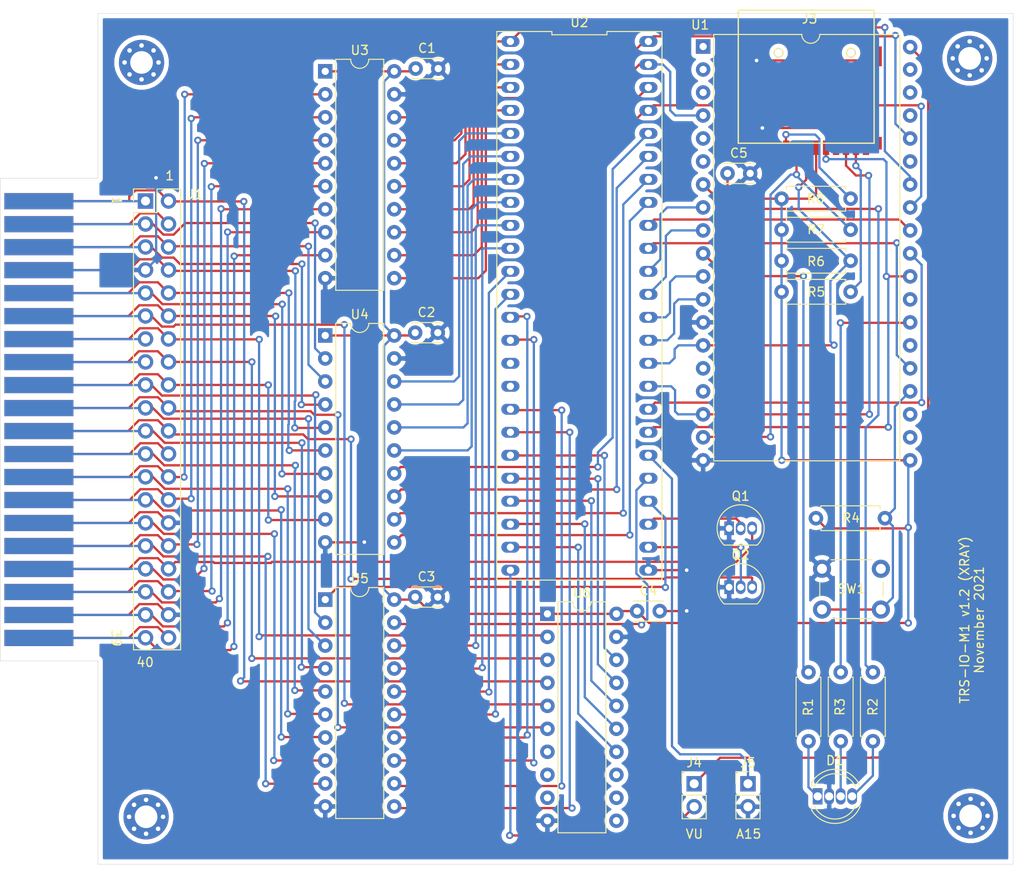
<source format=kicad_pcb>
(kicad_pcb (version 20211014) (generator pcbnew)
  (layers (0 "F.Cu" signal) (31 "B.Cu" signal) (34 "B.Paste" user) (35 "F.Paste" user) (36 "B.SilkS" user "B.Silkscreen") (37 "F.SilkS" user "F.Silkscreen") (38 "B.Mask" user) (39 "F.Mask" user) (44 "Edge.Cuts" user))
  (net 0 "")
  (net 1 "+5V")
  (net 2 "GND")
  (net 3 "+3V3")
  (net 4 "RAS_N")
  (net 5 "SYSRES_N")
  (net 6 "CAS_N")
  (net 7 "A10")
  (net 8 "A12")
  (net 9 "A13")
  (net 10 "A15")
  (net 11 "A11")
  (net 12 "A14")
  (net 13 "A8")
  (net 14 "OUT_N")
  (net 15 "WR_N")
  (net 16 "INTACK_N")
  (net 17 "RD_N")
  (net 18 "MUX")
  (net 19 "A9")
  (net 20 "D4")
  (net 21 "IN_N")
  (net 22 "D7")
  (net 23 "INT_N")
  (net 24 "D1")
  (net 25 "TEST_N")
  (net 26 "D6")
  (net 27 "A0")
  (net 28 "D3")
  (net 29 "A1")
  (net 30 "D5")
  (net 31 "D0")
  (net 32 "A4")
  (net 33 "D2")
  (net 34 "WAIT_N")
  (net 35 "A3")
  (net 36 "A5")
  (net 37 "A7")
  (net 38 "A6")
  (net 39 "5V")
  (net 40 "A2")
  (net 41 "WAIT")
  (net 42 "Net-(U1-Pad1)")
  (net 43 "Net-(U1-Pad2)")
  (net 44 "Net-(U1-Pad3)")
  (net 45 "Net-(U1-Pad21)")
  (net 46 "Net-(U1-Pad6)")
  (net 47 "ESP_S0")
  (net 48 "ESP_S1")
  (net 49 "SCK")
  (net 50 "MOSI")
  (net 51 "Net-(U1-Pad15)")
  (net 52 "Net-(U1-Pad16)")
  (net 53 "Net-(U1-Pad35)")
  (net 54 "Net-(U1-Pad36)")
  (net 55 "Net-(U1-Pad37)")
  (net 56 "READ_N")
  (net 57 "MISO")
  (net 58 "DD3")
  (net 59 "DD4")
  (net 60 "DD5")
  (net 61 "DD6")
  (net 62 "DD7")
  (net 63 "DD2")
  (net 64 "DD0")
  (net 65 "DD1")
  (net 66 "AA14")
  (net 67 "AA12")
  (net 68 "AA7")
  (net 69 "AA6")
  (net 70 "AA5")
  (net 71 "AA4")
  (net 72 "AA3")
  (net 73 "AA10")
  (net 74 "AA2")
  (net 75 "AA1")
  (net 76 "AA11")
  (net 77 "AA0")
  (net 78 "AA9")
  (net 79 "AA8")
  (net 80 "AA13")
  (net 81 "AA15")
  (net 82 "DBUS_SEL_N")
  (net 83 "BUTTON")
  (net 84 "LED_GREEN")
  (net 85 "LED_BLUE")
  (net 86 "LED_RED")
  (net 87 "Net-(D1-Pad4)")
  (net 88 "Net-(D1-Pad3)")
  (net 89 "Net-(D1-Pad1)")
  (net 90 "Net-(J3-Pad1)")
  (net 91 "CS_SD_CARD")
  (net 92 "Net-(J3-Pad8)")
  (net 93 "Net-(J3-Pad9)")
  (net 94 "VU")
  (net 95 "FULL_ADDR")
  (net 96 "INT")
  (net 97 "DONE")
  (net 98 "ESP_S3")
  (net 99 "CS_FPGA")
  (net 100 "ESP_S2")
  (net 101 "Net-(U1-Pad27)")
  (net 102 "Net-(U1-Pad25)")
  (net 103 "REQ")
  (net 104 "Net-(U1-Pad5)")
  (net 105 "Net-(U1-Pad22)")
  (net 106 "Net-(U2-Pad15)")
  (net 107 "Net-(U2-Pad16)")
  (net 108 "Z80_WR_N")
  (net 109 "Z80_RD_N")
  (net 110 "Z80_RAS_N")
  (net 111 "Z80_OUT_N")
  (net 112 "Z80_IN_N")
  (net 113 "Net-(U6-Pad9)")
  (net 114 "Net-(U6-Pad8)")
  (net 115 "Net-(U6-Pad7)")
  (net 116 "Net-(U6-Pad13)")
  (net 117 "Net-(U6-Pad12)")
  (net 118 "Net-(U6-Pad11)")
  (footprint "Connector_PinHeader_2.54mm:PinHeader_2x20_P2.54mm_Vertical" (layer "F.Cu") (at 118.839 68.7592)
    (fp_text reference "J1")
    (fp_text value "Conn_02x20_Odd_Even")
  )
  (footprint "TRS-IO-M1:TRSEDGE" (layer "F.Cu") (at 108.839 92.7862 90)
    (fp_text reference "J2" hide)
    (fp_text value "Conn_02x20_Odd_Even")
  )
  (footprint "Package_DIP:DIP-20_W7.62mm" (layer "F.Cu") (at 138.684 54.4322)
    (fp_text reference "U3")
    (fp_text value "74LVC245")
  )
  (footprint "Package_DIP:DIP-20_W7.62mm" (layer "F.Cu") (at 163.2204 114.3762)
    (fp_text reference "U6")
    (fp_text value "74LVC245")
  )
  (footprint "Package_DIP:DIP-20_W7.62mm" (layer "F.Cu") (at 138.684 112.8014)
    (fp_text reference "U5")
    (fp_text value "74LVC245")
  )
  (footprint "Resistor_THT:R_Axial_DIN0207_L6.3mm_D2.5mm_P7.62mm_Horizontal" (layer "F.Cu") (at 189.0776 68.5038)
    (fp_text reference "R8")
    (fp_text value "10K")
  )
  (footprint "Resistor_THT:R_Axial_DIN0207_L6.3mm_D2.5mm_P7.62mm_Horizontal" (layer "F.Cu") (at 189.0776 71.9328)
    (fp_text reference "R7")
    (fp_text value "10K")
  )
  (footprint "Resistor_THT:R_Axial_DIN0207_L6.3mm_D2.5mm_P7.62mm_Horizontal" (layer "F.Cu") (at 189.0776 75.3618)
    (fp_text reference "R6")
    (fp_text value "10K")
  )
  (footprint "TRS-IO-M1:DIP-48_600_ELL" (layer "F.Cu") (at 166.751 80.3402 -90)
    (fp_text reference "U2")
    (fp_text value "Artix-7-15T")
  )
  (footprint "Package_TO_SOT_THT:TO-92_Inline" (layer "F.Cu") (at 183.2864 111.4298)
    (fp_text reference "Q2")
    (fp_text value "2N7000")
  )
  (footprint "Package_TO_SOT_THT:TO-92_Inline" (layer "F.Cu") (at 183.2864 104.9274)
    (fp_text reference "Q1")
    (fp_text value "2N7000")
  )
  (footprint "Capacitor_THT:C_Disc_D3.0mm_W2.0mm_P2.50mm" (layer "F.Cu") (at 148.6154 83.312)
    (fp_text reference "C2")
    (fp_text value "0.1uF")
  )
  (footprint "Capacitor_THT:C_Disc_D3.0mm_W2.0mm_P2.50mm" (layer "F.Cu") (at 148.6662 54.1274)
    (fp_text reference "C1")
    (fp_text value "0.1uF")
  )
  (footprint "Connector_PinHeader_2.54mm:PinHeader_1x02_P2.54mm_Vertical" (layer "F.Cu") (at 185.3692 133.1468)
    (fp_text reference "J5")
    (fp_text value "Conn_01x02_Male")
  )
  (footprint "Connector_PinHeader_2.54mm:PinHeader_1x02_P2.54mm_Vertical" (layer "F.Cu") (at 179.4256 133.1468)
    (fp_text reference "J4")
    (fp_text value "Conn_01x02_Male")
  )
  (footprint "Capacitor_THT:C_Disc_D3.0mm_W2.0mm_P2.50mm" (layer "F.Cu") (at 183.1086 65.7098)
    (fp_text reference "C5")
    (fp_text value "0.1uF")
  )
  (footprint "Capacitor_THT:C_Disc_D3.0mm_W2.0mm_P2.50mm" (layer "F.Cu") (at 173.1264 114.0714)
    (fp_text reference "C4")
    (fp_text value "0.1uF")
  )
  (footprint "Capacitor_THT:C_Disc_D3.0mm_W2.0mm_P2.50mm" (layer "F.Cu") (at 148.6154 112.522)
    (fp_text reference "C3")
    (fp_text value "0.1uF")
  )
  (footprint "Resistor_THT:R_Axial_DIN0207_L6.3mm_D2.5mm_P7.62mm_Horizontal" (layer "F.Cu") (at 189.0776 78.7908)
    (fp_text reference "R5")
    (fp_text value "10K")
  )
  (footprint "TRS-IO-M1:TFP09-2-12B" (layer "F.Cu") (at 191.7954 52.3748 180)
    (fp_text reference "J3")
    (fp_text value "SD_Card")
  )
  (footprint "LED_THT:LED_D5.0mm-4_RGB" (layer "F.Cu") (at 193.0654 134.5438)
    (fp_text reference "D1")
    (fp_text value "LED_RCBG")
  )
  (footprint "Package_DIP:DIP-20_W7.62mm" (layer "F.Cu") (at 138.684 83.6168)
    (fp_text reference "U4")
    (fp_text value "74LVC245")
  )
  (footprint "Resistor_THT:R_Axial_DIN0207_L6.3mm_D2.5mm_P7.62mm_Horizontal" (layer "F.Cu") (at 195.6054 120.8278 -90)
    (fp_text reference "R3")
    (fp_text value "100")
  )
  (footprint "Resistor_THT:R_Axial_DIN0207_L6.3mm_D2.5mm_P7.62mm_Horizontal" (layer "F.Cu") (at 199.1614 120.8278 -90)
    (fp_text reference "R2")
    (fp_text value "100")
  )
  (footprint "TRS-IO-M1:DIP-38_W22.9mm" (layer "F.Cu") (at 180.4162 51.689)
    (fp_text reference "U1")
    (fp_text value "HiLetgo-ESP-32S")
  )
  (footprint "Resistor_THT:R_Axial_DIN0207_L6.3mm_D2.5mm_P7.62mm_Horizontal" (layer "F.Cu") (at 192.8749 103.8098)
    (fp_text reference "R4")
    (fp_text value "4K7")
  )
  (footprint "Button_Switch_THT:SW_PUSH_6mm_H9.5mm" (layer "F.Cu") (at 193.5449 109.3978)
    (fp_text reference "SW1")
    (fp_text value "SW_Push")
  )
  (footprint "Resistor_THT:R_Axial_DIN0207_L6.3mm_D2.5mm_P7.62mm_Horizontal" (layer "F.Cu") (at 192.0494 120.8278 -90)
    (fp_text reference "R1")
    (fp_text value "100")
  )
  (footprint "MountingHole:MountingHole_2.5mm_Pad_Via" (layer "F.Cu") (at 118.4 53.45)
    (fp_text reference "H1" hide)
    (fp_text value "MountingHole")
  )
  (footprint "MountingHole:MountingHole_2.5mm_Pad_Via" (layer "F.Cu") (at 209.85 53)
    (fp_text reference "H2" hide)
    (fp_text value "MountingHole")
  )
  (footprint "MountingHole:MountingHole_2.5mm_Pad_Via" (layer "F.Cu") (at 118.9 136.8)
    (fp_text reference "H3" hide)
    (fp_text value "MountingHole")
  )
  (footprint "MountingHole:MountingHole_2.5mm_Pad_Via" (layer "F.Cu") (at 209.95 136.7)
    (fp_text reference "H4" hide)
    (fp_text value "MountingHole")
  )
  (gr_line (start 113.5889 142.0368) (end 214.65 142.0368) (layer "Edge.Cuts") (width 0.05))
  (gr_circle (center 196.75 52.4) (end 197 52.8) (layer "Edge.Cuts") (width 0.05) (fill none))
  (gr_line (start 102.7938 119.5832) (end 102.7938 66.2432) (layer "Edge.Cuts") (width 0.05))
  (gr_line (start 113.5888 66.2432) (end 113.5888 48.0314) (layer "Edge.Cuts") (width 0.05))
  (gr_line (start 214.65 48.031) (end 214.65 142.0368) (layer "Edge.Cuts") (width 0.05))
  (gr_line (start 113.589 48.031) (end 214.65 48.031) (layer "Edge.Cuts") (width 0.05))
  (gr_line (start 113.5888 119.5832) (end 113.5888 142.0368) (layer "Edge.Cuts") (width 0.05))
  (gr_circle (center 188.75 52.4) (end 189 52.8) (layer "Edge.Cuts") (width 0.05) (fill none))
  (gr_line (start 102.7938 119.5832) (end 113.5888 119.5832) (layer "Edge.Cuts") (width 0.05))
  (gr_line (start 102.7938 66.2432) (end 113.5888 66.2432) (layer "Edge.Cuts") (width 0.05))
  (gr_text "1" (at 115.6462 68.7578 -90) (layer "F.SilkS") (effects (font (size 1 1))))
  (gr_text "40" (at 118.7958 119.7356) (layer "F.SilkS") (effects (font (size 1 1))))
  (gr_text "39" (at 115.5954 117.0432 -90) (layer "F.SilkS") (effects (font (size 1 1))))
  (gr_text "A15" (at 185.45 138.7) (layer "F.SilkS") (effects (font (size 1 1))))
  (gr_text "VU" (at 179.45 138.7) (layer "F.SilkS") (effects (font (size 1 1))))
  (gr_text "TRS-IO-M1 v1.2 (XRAY)\nNovember 2021" (at 210.1 115.05 90) (layer "F.SilkS") (effects (font (size 1 1))))
  (gr_text "1" (at 121.5136 65.9638) (layer "F.SilkS") (effects (font (size 1 1))))
  (segment (start 182.2958 130.2766) (end 198.997602 130.2766) (width 0.25) (layer "F.Cu") (net 1))
  (segment (start 179.4256 133.1468) (end 182.2958 130.2766) (width 0.25) (layer "F.Cu") (net 1))
  (segment (start 205.271201 53.747501) (end 205.271201 128.662599) (width 0.25) (layer "F.Cu") (net 1))
  (segment (start 203.6826 130.2512) (end 199.023002 130.2512) (width 0.25) (layer "F.Cu") (net 1))
  (segment (start 205.271201 128.662599) (end 203.6826 130.2512) (width 0.25) (layer "F.Cu") (net 1))
  (segment (start 203.2762 51.7525) (end 205.271201 53.747501) (width 0.25) (layer "F.Cu") (net 1))
  (segment (start 198.997602 130.2766) (end 199.099202 130.175) (width 0.25) (layer "F.Cu") (net 1))
  (segment (start 199.023002 130.2512) (end 198.997602 130.2766) (width 0.25) (layer "F.Cu") (net 1))
  (segment (start 186.318811 53.231189) (end 199.089011 53.231189) (width 0.25) (layer "F.Cu") (net 2))
  (segment (start 186.957801 60.692199) (end 193.962799 60.692199) (width 0.25) (layer "F.Cu") (net 2))
  (segment (start 184.9454 62.3748) (end 186.628001 60.692199) (width 0.25) (layer "F.Cu") (net 2))
  (segment (start 120.203999 113.304199) (end 121.379 114.4792) (width 0.25) (layer "F.Cu") (net 2))
  (segment (start 199.5454 62.289798) (end 199.005401 61.749799) (width 0.25) (layer "F.Cu") (net 2))
  (segment (start 199.5454 62.3748) (end 199.5454 62.289798) (width 0.25) (layer "F.Cu") (net 2))
  (segment (start 142.9732 106.4768) (end 143 106.45) (width 0.25) (layer "F.Cu") (net 2))
  (segment (start 195.0954 61.8248) (end 195.0954 62.8748) (width 0.25) (layer "F.Cu") (net 2))
  (segment (start 186.628001 60.692199) (end 186.957801 60.692199) (width 0.25) (layer "F.Cu") (net 2))
  (segment (start 178.5786 114.0714) (end 178.6 114.05) (width 0.25) (layer "F.Cu") (net 2))
  (segment (start 195.170401 61.749799) (end 195.0954 61.8248) (width 0.25) (layer "F.Cu") (net 2))
  (segment (start 116.967 114.5032) (end 118.166001 113.304199) (width 0.25) (layer "F.Cu") (net 2))
  (segment (start 175.6264 114.0714) (end 178.5786 114.0714) (width 0.25) (layer "F.Cu") (net 2))
  (segment (start 184.501789 53.231189) (end 186.318811 53.231189) (width 0.25) (layer "F.Cu") (net 2))
  (segment (start 174.371 109.5502) (end 178.5998 109.5502) (width 0.25) (layer "F.Cu") (net 2))
  (segment (start 193.962799 60.692199) (end 195.0954 61.8248) (width 0.25) (layer "F.Cu") (net 2))
  (segment (start 116.9924 104.3432) (end 118.191401 103.144199) (width 0.25) (layer "F.Cu") (net 2))
  (segment (start 107.061 104.3432) (end 116.9924 104.3432) (width 0.25) (layer "F.Cu") (net 2))
  (segment (start 120.203999 103.144199) (end 121.379 104.3192) (width 0.25) (layer "F.Cu") (net 2))
  (segment (start 199.089011 53.231189) (end 199.5454 52.7748) (width 0.25) (layer "F.Cu") (net 2))
  (segment (start 199.005401 61.749799) (end 195.170401 61.749799) (width 0.25) (layer "F.Cu") (net 2))
  (segment (start 107.061 114.5032) (end 116.967 114.5032) (width 0.25) (layer "F.Cu") (net 2))
  (segment (start 118.191401 103.144199) (end 120.203999 103.144199) (width 0.25) (layer "F.Cu") (net 2))
  (segment (start 138.684 106.4768) (end 142.9732 106.4768) (width 0.25) (layer "F.Cu") (net 2))
  (segment (start 118.166001 113.304199) (end 120.203999 113.304199) (width 0.25) (layer "F.Cu") (net 2))
  (segment (start 178.5998 109.5502) (end 178.6 109.55) (width 0.25) (layer "F.Cu") (net 2))
  (segment (start 184.0454 52.7748) (end 184.501789 53.231189) (width 0.25) (layer "F.Cu") (net 2))
  (via (at 178.6 109.55) (size 0.8) (drill 0.4) (layers "F.Cu" "B.Cu") (net 2))
  (via (at 120 66.2) (size 0.8) (drill 0.4) (layers "F.Cu" "B.Cu") (net 2))
  (via (at 186.318811 53.231189) (size 0.8) (drill 0.4) (layers "F.Cu" "B.Cu") (net 2))
  (via (at 178.6 114.05) (size 0.8) (drill 0.4) (layers "F.Cu" "B.Cu") (net 2))
  (via (at 143 106.45) (size 0.8) (drill 0.4) (layers "F.Cu" "B.Cu") (net 2))
  (via (at 186.957801 60.692199) (size 0.8) (drill 0.4) (layers "F.Cu" "B.Cu") (net 2))
  (segment (start 118.839 76.3792) (end 120.014001 75.204199) (width 0.25) (layer "B.Cu") (net 2))
  (segment (start 120.014001 66.214001) (end 120 66.2) (width 0.25) (layer "B.Cu") (net 2))
  (segment (start 120.014001 75.204199) (end 120.014001 66.214001) (width 0.25) (layer "B.Cu") (net 2))
  (segment (start 118.815 76.4032) (end 118.839 76.3792) (width 0.25) (layer "B.Cu") (net 2))
  (segment (start 107.061 76.4032) (end 118.815 76.4032) (width 0.25) (layer "B.Cu") (net 2))
  (segment (start 189.0776 68.5038) (end 183.642 68.5038) (width 0.25) (layer "F.Cu") (net 3))
  (segment (start 173.1264 114.0714) (end 171.1452 114.0714) (width 0.25) (layer "F.Cu") (net 3))
  (segment (start 202.963999 104.934801) (end 203.073 104.8258) (width 0.25) (layer "F.Cu") (net 3))
  (segment (start 146.304 83.6168) (end 148.3106 83.6168) (width 0.25) (layer "F.Cu") (net 3))
  (segment (start 192.8749 103.8098) (end 193.999901 104.934801) (width 0.25) (layer "F.Cu") (net 3))
  (segment (start 174.4472 115.3922) (end 203.073 115.3922) (width 0.25) (layer "F.Cu") (net 3))
  (segment (start 189.103 97.409) (end 203.2762 97.409) (width 0.25) (layer "F.Cu") (net 3))
  (segment (start 148.3614 54.4322) (end 148.6662 54.1274) (width 0.25) (layer "F.Cu") (net 3))
  (segment (start 183.1086 67.9704) (end 183.1086 65.7098) (width 0.25) (layer "F.Cu") (net 3))
  (segment (start 163.2204 114.3762) (end 150.4696 114.3762) (width 0.25) (layer "F.Cu") (net 3))
  (segment (start 146.304 54.4322) (end 148.3614 54.4322) (width 0.25) (layer "F.Cu") (net 3))
  (segment (start 146.304 112.8014) (end 148.336 112.8014) (width 0.25) (layer "F.Cu") (net 3))
  (segment (start 192.8954 67.9372) (end 192.8954 62.8748) (width 0.25) (layer "F.Cu") (net 3))
  (segment (start 148.336 112.8014) (end 148.6154 112.522) (width 0.25) (layer "F.Cu") (net 3))
  (segment (start 148.3106 83.6168) (end 148.6154 83.312) (width 0.25) (layer "F.Cu") (net 3))
  (segment (start 189.0776 68.5038) (end 192.3288 68.5038) (width 0.25) (layer "F.Cu") (net 3))
  (segment (start 193.999901 104.934801) (end 202.963999 104.934801) (width 0.25) (layer "F.Cu") (net 3))
  (segment (start 146.304 83.6168) (end 138.684 83.6168) (width 0.25) (layer "F.Cu") (net 3))
  (segment (start 173.1264 114.0714) (end 174.4472 115.3922) (width 0.25) (layer "F.Cu") (net 3))
  (segment (start 146.304 54.4322) (end 138.684 54.4322) (width 0.25) (layer "F.Cu") (net 3))
  (segment (start 171.1452 114.0714) (end 170.8404 114.3762) (width 0.25) (layer "F.Cu") (net 3))
  (segment (start 183.642 68.5038) (end 183.1086 67.9704) (width 0.25) (layer "F.Cu") (net 3))
  (segment (start 150.4696 114.3762) (end 148.6154 112.522) (width 0.25) (layer "F.Cu") (net 3))
  (segment (start 192.3288 68.5038) (end 192.8954 67.9372) (width 0.25) (layer "F.Cu") (net 3))
  (segment (start 170.8404 114.3762) (end 163.2204 114.3762) (width 0.25) (layer "F.Cu") (net 3))
  (via (at 203.073 115.3922) (size 0.8) (drill 0.4) (layers "F.Cu" "B.Cu") (net 3))
  (via (at 189.103 97.409) (size 0.8) (drill 0.4) (layers "F.Cu" "B.Cu") (net 3))
  (via (at 203.073 104.8258) (size 0.8) (drill 0.4) (layers "F.Cu" "B.Cu") (net 3))
  (segment (start 203.073 104.8258) (end 203.073 97.6122) (width 0.25) (layer "B.Cu") (net 3))
  (segment (start 146.304 54.4322) (end 145.178999 55.557201) (width 0.25) (layer "B.Cu") (net 3))
  (segment (start 145.178999 111.676399) (end 146.304 112.8014) (width 0.25) (layer "B.Cu") (net 3))
  (segment (start 189.0776 77.7494) (end 189.0776 78.7908) (width 0.25) (layer "B.Cu") (net 3))
  (segment (start 189.0776 78.7908) (end 189.0776 97.3836) (width 0.25) (layer "B.Cu") (net 3))
  (segment (start 145.178999 55.557201) (end 145.178999 82.491799) (width 0.25) (layer "B.Cu") (net 3))
  (segment (start 189.0776 75.3618) (end 189.0776 77.7494) (width 0.25) (layer "B.Cu") (net 3))
  (segment (start 203.073 97.6122) (end 203.2762 97.409) (width 0.25) (layer "B.Cu") (net 3))
  (segment (start 146.304 83.6168) (end 145.178999 84.741801) (width 0.25) (layer "B.Cu") (net 3))
  (segment (start 145.178999 84.741801) (end 145.178999 111.676399) (width 0.25) (layer "B.Cu") (net 3))
  (segment (start 145.178999 82.491799) (end 146.304 83.6168) (width 0.25) (layer "B.Cu") (net 3))
  (segment (start 189.0776 97.3836) (end 189.103 97.409) (width 0.25) (layer "B.Cu") (net 3))
  (segment (start 189.0776 68.5038) (end 189.0776 71.9328) (width 0.25) (layer "B.Cu") (net 3))
  (segment (start 189.0776 71.9328) (end 189.0776 75.3618) (width 0.25) (layer "B.Cu") (net 3))
  (segment (start 203.073 115.3922) (end 203.073 104.8258) (width 0.25) (layer "B.Cu") (net 3))
  (segment (start 129.6924 68.8086) (end 121.4284 68.8086) (width 0.25) (layer "F.Cu") (net 4))
  (segment (start 163.060599 121.836399) (end 129.380199 121.836399) (width 0.25) (layer "F.Cu") (net 4))
  (segment (start 129.380199 121.836399) (end 129.3368 121.793) (width 0.25) (layer "F.Cu") (net 4))
  (segment (start 120.203999 67.584199) (end 121.379 68.7592) (width 0.25) (layer "F.Cu") (net 4))
  (segment (start 117.728999 67.584199) (end 120.203999 67.584199) (width 0.25) (layer "F.Cu") (net 4))
  (segment (start 121.4284 68.8086) (end 121.379 68.7592) (width 0.25) (layer "F.Cu") (net 4))
  (segment (start 117.0432 68.7832) (end 117.0432 68.269998) (width 0.25) (layer "F.Cu") (net 4))
  (segment (start 163.2204 121.9962) (end 163.060599 121.836399) (width 0.25) (layer "F.Cu") (net 4))
  (segment (start 117.0432 68.269998) (end 117.728999 67.584199) (width 0.25) (layer "F.Cu") (net 4))
  (segment (start 107.061 68.7832) (end 117.0432 68.7832) (width 0.25) (layer "F.Cu") (net 4))
  (via (at 129.6924 68.8086) (size 0.8) (drill 0.4) (layers "F.Cu" "B.Cu") (net 4))
  (via (at 129.3368 121.793) (size 0.8) (drill 0.4) (layers "F.Cu" "B.Cu") (net 4))
  (segment (start 129.736799 121.393001) (end 129.736799 68.852999) (width 0.25) (layer "B.Cu") (net 4))
  (segment (start 129.736799 68.852999) (end 129.6924 68.8086) (width 0.25) (layer "B.Cu") (net 4))
  (segment (start 129.3368 121.793) (end 129.736799 121.393001) (width 0.25) (layer "B.Cu") (net 4))
  (segment (start 118.815 68.7832) (end 118.839 68.7592) (width 0.25) (layer "B.Cu") (net 5))
  (segment (start 107.061 68.7832) (end 118.815 68.7832) (width 0.25) (layer "B.Cu") (net 5))
  (segment (start 107.061 71.3232) (end 117.0432 71.3232) (width 0.25) (layer "F.Cu") (net 6))
  (segment (start 118.242201 70.124199) (end 120.203999 70.124199) (width 0.25) (layer "F.Cu") (net 6))
  (segment (start 120.203999 70.124199) (end 121.379 71.2992) (width 0.25) (layer "F.Cu") (net 6))
  (segment (start 117.0432 71.3232) (end 118.242201 70.124199) (width 0.25) (layer "F.Cu") (net 6))
  (segment (start 121.943001 72.474201) (end 120.814999 72.474201) (width 0.25) (layer "F.Cu") (net 7))
  (segment (start 119.639998 71.2992) (end 118.839 71.2992) (width 0.25) (layer "F.Cu") (net 7))
  (segment (start 123.221002 71.1962) (end 121.943001 72.474201) (width 0.25) (layer "F.Cu") (net 7))
  (segment (start 120.814999 72.474201) (end 119.639998 71.2992) (width 0.25) (layer "F.Cu") (net 7))
  (segment (start 137.5664 71.1962) (end 123.221002 71.1962) (width 0.25) (layer "F.Cu") (net 7))
  (via (at 137.5664 71.1962) (size 0.8) (drill 0.4) (layers "F.Cu" "B.Cu") (net 7))
  (segment (start 138.684 86.1568) (end 137.558999 85.031799) (width 0.25) (layer "B.Cu") (net 7))
  (segment (start 137.558999 85.031799) (end 137.558999 71.203601) (width 0.25) (layer "B.Cu") (net 7))
  (segment (start 107.061 71.3232) (end 118.815 71.3232) (width 0.25) (layer "B.Cu") (net 7))
  (segment (start 137.558999 71.203601) (end 137.5664 71.1962) (width 0.25) (layer "B.Cu") (net 7))
  (segment (start 118.815 71.3232) (end 118.839 71.2992) (width 0.25) (layer "B.Cu") (net 7))
  (segment (start 117.0432 73.8632) (end 118.242201 72.664199) (width 0.25) (layer "F.Cu") (net 8))
  (segment (start 136.833999 73.7616) (end 121.4566 73.7616) (width 0.25) (layer "F.Cu") (net 8))
  (segment (start 121.4566 73.7616) (end 121.379 73.8392) (width 0.25) (layer "F.Cu") (net 8))
  (segment (start 118.242201 72.664199) (end 120.203999 72.664199) (width 0.25) (layer "F.Cu") (net 8))
  (segment (start 107.061 73.8632) (end 117.0432 73.8632) (width 0.25) (layer "F.Cu") (net 8))
  (segment (start 120.203999 72.664199) (end 121.379 73.8392) (width 0.25) (layer "F.Cu") (net 8))
  (via (at 136.833999 73.7616) (size 0.8) (drill 0.4) (layers "F.Cu" "B.Cu") (net 8))
  (segment (start 138.684 88.6968) (end 136.833999 86.846799) (width 0.25) (layer "B.Cu") (net 8))
  (segment (start 136.833999 86.846799) (end 136.833999 73.7616) (width 0.25) (layer "B.Cu") (net 8))
  (segment (start 138.6586 91.2622) (end 138.684 91.2368) (width 0.25) (layer "F.Cu") (net 9))
  (segment (start 121.943001 75.014201) (end 120.650411 75.014201) (width 0.25) (layer "F.Cu") (net 9))
  (segment (start 136.108999 75.7174) (end 122.6462 75.7174) (width 0.25) (layer "F.Cu") (net 9))
  (segment (start 136.0424 91.2622) (end 138.6586 91.2622) (width 0.25) (layer "F.Cu") (net 9))
  (segment (start 122.6462 75.7174) (end 121.943001 75.014201) (width 0.25) (layer "F.Cu") (net 9))
  (segment (start 119.47541 73.8392) (end 118.839 73.8392) (width 0.25) (layer "F.Cu") (net 9))
  (segment (start 120.650411 75.014201) (end 119.47541 73.8392) (width 0.25) (layer "F.Cu") (net 9))
  (via (at 136.0424 91.2622) (size 0.8) (drill 0.4) (layers "F.Cu" "B.Cu") (net 9))
  (via (at 136.108999 75.7174) (size 0.8) (drill 0.4) (layers "F.Cu" "B.Cu") (net 9))
  (segment (start 136.108999 91.195601) (end 136.0424 91.2622) (width 0.25) (layer "B.Cu") (net 9))
  (segment (start 107.061 73.8632) (end 118.815 73.8632) (width 0.25) (layer "B.Cu") (net 9))
  (segment (start 136.108999 75.7174) (end 136.108999 91.195601) (width 0.25) (layer "B.Cu") (net 9))
  (segment (start 118.815 73.8632) (end 118.839 73.8392) (width 0.25) (layer "B.Cu") (net 9))
  (segment (start 116.9924 76.4032) (end 118.191401 75.204199) (width 0.25) (layer "F.Cu") (net 10))
  (segment (start 120.203999 75.204199) (end 121.379 76.3792) (width 0.25) (layer "F.Cu") (net 10))
  (segment (start 121.481533 76.481733) (end 121.379 76.3792) (width 0.25) (layer "F.Cu") (net 10))
  (segment (start 107.061 76.4032) (end 116.9924 76.4032) (width 0.25) (layer "F.Cu") (net 10))
  (segment (start 135.3312 93.8276) (end 138.6332 93.8276) (width 0.25) (layer "F.Cu") (net 10))
  (segment (start 118.191401 75.204199) (end 120.203999 75.204199) (width 0.25) (layer "F.Cu") (net 10))
  (segment (start 138.6332 93.8276) (end 138.684 93.7768) (width 0.25) (layer "F.Cu") (net 10))
  (segment (start 135.383999 76.481733) (end 121.481533 76.481733) (width 0.25) (layer "F.Cu") (net 10))
  (via (at 135.3312 93.8276) (size 0.8) (drill 0.4) (layers "F.Cu" "B.Cu") (net 10))
  (via (at 135.383999 76.481733) (size 0.8) (drill 0.4) (layers "F.Cu" "B.Cu") (net 10))
  (segment (start 135.317399 90.914199) (end 135.317399 93.813799) (width 0.25) (layer "B.Cu") (net 10))
  (segment (start 135.317399 93.813799) (end 135.3312 93.8276) (width 0.25) (layer "B.Cu") (net 10))
  (segment (start 135.383999 90.847599) (end 135.317399 90.914199) (width 0.25) (layer "B.Cu") (net 10))
  (segment (start 135.383999 76.481733) (end 135.383999 90.847599) (width 0.25) (layer "B.Cu") (net 10))
  (segment (start 116.9416 78.9432) (end 118.140601 77.744199) (width 0.25) (layer "F.Cu") (net 11))
  (segment (start 121.3804 78.9178) (end 121.379 78.9192) (width 0.25) (layer "F.Cu") (net 11))
  (segment (start 107.061 78.9432) (end 116.9416 78.9432) (width 0.25) (layer "F.Cu") (net 11))
  (segment (start 134.658999 78.9178) (end 121.3804 78.9178) (width 0.25) (layer "F.Cu") (net 11))
  (segment (start 118.140601 77.744199) (end 120.203999 77.744199) (width 0.25) (layer "F.Cu") (net 11))
  (segment (start 134.7216 96.3168) (end 138.684 96.3168) (width 0.25) (layer "F.Cu") (net 11))
  (segment (start 120.203999 77.744199) (end 121.379 78.9192) (width 0.25) (layer "F.Cu") (net 11))
  (via (at 134.658999 78.9178) (size 0.8) (drill 0.4) (layers "F.Cu" "B.Cu") (net 11))
  (via (at 134.7216 96.3168) (size 0.8) (drill 0.4) (layers "F.Cu" "B.Cu") (net 11))
  (segment (start 134.658999 78.9178) (end 134.658999 93.426799) (width 0.25) (layer "B.Cu") (net 11))
  (segment (start 134.606199 93.479599) (end 134.606199 96.201399) (width 0.25) (layer "B.Cu") (net 11))
  (segment (start 134.658999 93.426799) (end 134.606199 93.479599) (width 0.25) (layer "B.Cu") (net 11))
  (segment (start 134.606199 96.201399) (end 134.7216 96.3168) (width 0.25) (layer "B.Cu") (net 11))
  (segment (start 119.47541 78.9192) (end 118.839 78.9192) (width 0.25) (layer "F.Cu") (net 12))
  (segment (start 133.933999 80.1624) (end 120.71861 80.1624) (width 0.25) (layer "F.Cu") (net 12))
  (segment (start 133.9088 98.9076) (end 138.6332 98.9076) (width 0.25) (layer "F.Cu") (net 12))
  (segment (start 138.6332 98.9076) (end 138.684 98.8568) (width 0.25) (layer "F.Cu") (net 12))
  (segment (start 120.71861 80.1624) (end 119.47541 78.9192) (width 0.25) (layer "F.Cu") (net 12))
  (via (at 133.933999 80.1624) (size 0.8) (drill 0.4) (layers "F.Cu" "B.Cu") (net 12))
  (via (at 133.9088 98.9076) (size 0.8) (drill 0.4) (layers "F.Cu" "B.Cu") (net 12))
  (segment (start 133.933999 80.1624) (end 133.933999 98.882401) (width 0.25) (layer "B.Cu") (net 12))
  (segment (start 118.815 78.9432) (end 118.839 78.9192) (width 0.25) (layer "B.Cu") (net 12))
  (segment (start 107.061 78.9432) (end 118.815 78.9432) (width 0.25) (layer "B.Cu") (net 12))
  (segment (start 133.933999 98.882401) (end 133.9088 98.9076) (width 0.25) (layer "B.Cu") (net 12))
  (segment (start 133.1214 101.3968) (end 138.684 101.3968) (width 0.25) (layer "F.Cu") (net 13))
  (segment (start 107.061 81.4832) (end 116.9416 81.4832) (width 0.25) (layer "F.Cu") (net 13))
  (segment (start 133.184999 81.4592) (end 133.208999 81.4832) (width 0.25) (layer "F.Cu") (net 13))
  (segment (start 121.379 81.4592) (end 133.184999 81.4592) (width 0.25) (layer "F.Cu") (net 13))
  (segment (start 118.140601 80.284199) (end 120.203999 80.284199) (width 0.25) (layer "F.Cu") (net 13))
  (segment (start 120.203999 80.284199) (end 121.379 81.4592) (width 0.25) (layer "F.Cu") (net 13))
  (segment (start 116.9416 81.4832) (end 118.140601 80.284199) (width 0.25) (layer "F.Cu") (net 13))
  (via (at 133.1214 101.3968) (size 0.8) (drill 0.4) (layers "F.Cu" "B.Cu") (net 13))
  (via (at 133.208999 81.4832) (size 0.8) (drill 0.4) (layers "F.Cu" "B.Cu") (net 13))
  (segment (start 133.1214 81.570799) (end 133.1214 101.3968) (width 0.25) (layer "B.Cu") (net 13))
  (segment (start 133.208999 81.4832) (end 133.1214 81.570799) (width 0.25) (layer "B.Cu") (net 13))
  (segment (start 140.925599 124.376399) (end 140.806 124.2568) (width 0.25) (layer "F.Cu") (net 14))
  (segment (start 163.2204 124.5362) (end 163.060599 124.376399) (width 0.25) (layer "F.Cu") (net 14))
  (segment (start 119.47541 81.4592) (end 118.839 81.4592) (width 0.25) (layer "F.Cu") (net 14))
  (segment (start 122.154202 82.423) (end 121.943001 82.634201) (width 0.25) (layer "F.Cu") (net 14))
  (segment (start 121.943001 82.634201) (end 120.650411 82.634201) (width 0.25) (layer "F.Cu") (net 14))
  (segment (start 120.650411 82.634201) (end 119.47541 81.4592) (width 0.25) (layer "F.Cu") (net 14))
  (segment (start 140.7922 82.423) (end 122.154202 82.423) (width 0.25) (layer "F.Cu") (net 14))
  (segment (start 163.060599 124.376399) (end 140.925599 124.376399) (width 0.25) (layer "F.Cu") (net 14))
  (via (at 140.7922 82.423) (size 0.8) (drill 0.4) (layers "F.Cu" "B.Cu") (net 14))
  (via (at 140.806 124.2568) (size 0.8) (drill 0.4) (layers "F.Cu" "B.Cu") (net 14))
  (segment (start 140.806 82.4368) (end 140.7922 82.423) (width 0.25) (layer "B.Cu") (net 14))
  (segment (start 118.815 81.4832) (end 118.839 81.4592) (width 0.25) (layer "B.Cu") (net 14))
  (segment (start 140.806 124.2568) (end 140.806 82.4368) (width 0.25) (layer "B.Cu") (net 14))
  (segment (start 107.061 81.4832) (end 118.815 81.4832) (width 0.25) (layer "B.Cu") (net 14))
  (segment (start 131.514801 116.756399) (end 131.3804 116.8908) (width 0.25) (layer "F.Cu") (net 15))
  (segment (start 118.191401 82.824199) (end 120.203999 82.824199) (width 0.25) (layer "F.Cu") (net 15))
  (segment (start 163.2204 116.9162) (end 163.060599 116.756399) (width 0.25) (layer "F.Cu") (net 15))
  (segment (start 163.060599 116.756399) (end 131.514801 116.756399) (width 0.25) (layer "F.Cu") (net 15))
  (segment (start 121.4284 84.0486) (end 121.379 83.9992) (width 0.25) (layer "F.Cu") (net 15))
  (segment (start 107.061 84.0232) (end 116.9924 84.0232) (width 0.25) (layer "F.Cu") (net 15))
  (segment (start 131.3942 84.0486) (end 121.4284 84.0486) (width 0.25) (layer "F.Cu") (net 15))
  (segment (start 120.203999 82.824199) (end 121.379 83.9992) (width 0.25) (layer "F.Cu") (net 15))
  (segment (start 116.9924 84.0232) (end 118.191401 82.824199) (width 0.25) (layer "F.Cu") (net 15))
  (via (at 131.3804 116.8908) (size 0.8) (drill 0.4) (layers "F.Cu" "B.Cu") (net 15))
  (via (at 131.3942 84.0486) (size 0.8) (drill 0.4) (layers "F.Cu" "B.Cu") (net 15))
  (segment (start 131.3804 84.0624) (end 131.3942 84.0486) (width 0.25) (layer "B.Cu") (net 15))
  (segment (start 131.3804 116.8908) (end 131.3804 84.0624) (width 0.25) (layer "B.Cu") (net 15))
  (segment (start 107.061 84.0232) (end 118.815 84.0232) (width 0.25) (layer "B.Cu") (net 16))
  (segment (start 118.815 84.0232) (end 118.839 83.9992) (width 0.25) (layer "B.Cu") (net 16))
  (segment (start 130.588801 119.296399) (end 130.5814 119.3038) (width 0.25) (layer "F.Cu") (net 17))
  (segment (start 118.089801 85.364199) (end 120.203999 85.364199) (width 0.25) (layer "F.Cu") (net 17))
  (segment (start 120.203999 85.364199) (end 121.379 86.5392) (width 0.25) (layer "F.Cu") (net 17))
  (segment (start 130.5814 86.5378) (end 121.3804 86.5378) (width 0.25) (layer "F.Cu") (net 17))
  (segment (start 116.8908 86.5632) (end 118.089801 85.364199) (width 0.25) (layer "F.Cu") (net 17))
  (segment (start 107.061 86.5632) (end 116.8908 86.5632) (width 0.25) (layer "F.Cu") (net 17))
  (segment (start 163.2204 119.4562) (end 163.060599 119.296399) (width 0.25) (layer "F.Cu") (net 17))
  (segment (start 163.060599 119.296399) (end 130.588801 119.296399) (width 0.25) (layer "F.Cu") (net 17))
  (segment (start 121.3804 86.5378) (end 121.379 86.5392) (width 0.25) (layer "F.Cu") (net 17))
  (via (at 130.5814 119.3038) (size 0.8) (drill 0.4) (layers "F.Cu" "B.Cu") (net 17))
  (via (at 130.5814 86.5378) (size 0.8) (drill 0.4) (layers "F.Cu" "B.Cu") (net 17))
  (segment (start 130.5814 119.3038) (end 130.5814 86.5378) (width 0.25) (layer "B.Cu") (net 17))
  (segment (start 118.815 86.5632) (end 118.839 86.5392) (width 0.25) (layer "B.Cu") (net 18))
  (segment (start 107.061 86.5632) (end 118.815 86.5632) (width 0.25) (layer "B.Cu") (net 18))
  (segment (start 132.395 89.0792) (end 132.3964 89.0778) (width 0.25) (layer "F.Cu") (net 19))
  (segment (start 107.061 89.1032) (end 116.9924 89.1032) (width 0.25) (layer "F.Cu") (net 19))
  (segment (start 138.6078 104.013) (end 138.684 103.9368) (width 0.25) (layer "F.Cu") (net 19))
  (segment (start 118.191401 87.904199) (end 120.203999 87.904199) (width 0.25) (layer "F.Cu") (net 19))
  (segment (start 120.203999 87.904199) (end 121.379 89.0792) (width 0.25) (layer "F.Cu") (net 19))
  (segment (start 116.9924 89.1032) (end 118.191401 87.904199) (width 0.25) (layer "F.Cu") (net 19))
  (segment (start 132.4102 104.013) (end 138.6078 104.013) (width 0.25) (layer "F.Cu") (net 19))
  (segment (start 121.379 89.0792) (end 132.395 89.0792) (width 0.25) (layer "F.Cu") (net 19))
  (via (at 132.4102 104.013) (size 0.8) (drill 0.4) (layers "F.Cu" "B.Cu") (net 19))
  (via (at 132.3964 89.0778) (size 0.8) (drill 0.4) (layers "F.Cu" "B.Cu") (net 19))
  (segment (start 132.3964 103.9992) (end 132.4102 104.013) (width 0.25) (layer "B.Cu") (net 19))
  (segment (start 132.3964 89.0778) (end 132.3964 103.9992) (width 0.25) (layer "B.Cu") (net 19))
  (segment (start 119.47541 89.0792) (end 118.839 89.0792) (width 0.25) (layer "F.Cu") (net 20))
  (segment (start 137.6426 90.17) (end 137.558399 90.254201) (width 0.25) (layer "F.Cu") (net 20))
  (segment (start 137.558399 90.254201) (end 120.650411 90.254201) (width 0.25) (layer "F.Cu") (net 20))
  (segment (start 120.650411 90.254201) (end 119.47541 89.0792) (width 0.25) (layer "F.Cu") (net 20))
  (via (at 137.6426 90.17) (size 0.8) (drill 0.4) (layers "F.Cu" "B.Cu") (net 20))
  (segment (start 138.684 115.3414) (end 137.558999 114.216399) (width 0.25) (layer "B.Cu") (net 20))
  (segment (start 107.061 89.1032) (end 118.815 89.1032) (width 0.25) (layer "B.Cu") (net 20))
  (segment (start 137.558999 114.216399) (end 137.558999 90.253601) (width 0.25) (layer "B.Cu") (net 20))
  (segment (start 118.815 89.1032) (end 118.839 89.0792) (width 0.25) (layer "B.Cu") (net 20))
  (segment (start 137.558999 90.253601) (end 137.6426 90.17) (width 0.25) (layer "B.Cu") (net 20))
  (segment (start 137.475201 92.3798) (end 137.082602 91.987201) (width 0.25) (layer "F.Cu") (net 21))
  (segment (start 120.203999 90.444199) (end 121.379 91.6192) (width 0.25) (layer "F.Cu") (net 21))
  (segment (start 107.061 91.6432) (end 116.967 91.6432) (width 0.25) (layer "F.Cu") (net 21))
  (segment (start 116.967 91.6432) (end 118.166001 90.444199) (width 0.25) (layer "F.Cu") (net 21))
  (segment (start 140.088401 126.916399) (end 140.081 126.9238) (width 0.25) (layer "F.Cu") (net 21))
  (segment (start 118.166001 90.444199) (end 120.203999 90.444199) (width 0.25) (layer "F.Cu") (net 21))
  (segment (start 140.081 92.3798) (end 137.475201 92.3798) (width 0.25) (layer "F.Cu") (net 21))
  (segment (start 121.747001 91.987201) (end 121.379 91.6192) (width 0.25) (layer "F.Cu") (net 21))
  (segment (start 137.082602 91.987201) (end 121.747001 91.987201) (width 0.25) (layer "F.Cu") (net 21))
  (segment (start 163.060599 126.916399) (end 140.088401 126.916399) (width 0.25) (layer "F.Cu") (net 21))
  (segment (start 163.2204 127.0762) (end 163.060599 126.916399) (width 0.25) (layer "F.Cu") (net 21))
  (via (at 140.081 92.3798) (size 0.8) (drill 0.4) (layers "F.Cu" "B.Cu") (net 21))
  (via (at 140.081 126.9238) (size 0.8) (drill 0.4) (layers "F.Cu" "B.Cu") (net 21))
  (segment (start 140.081 126.9238) (end 140.081 92.3798) (width 0.25) (layer "B.Cu") (net 21))
  (segment (start 119.639998 91.6192) (end 118.839 91.6192) (width 0.25) (layer "F.Cu") (net 22))
  (segment (start 136.833999 92.8116) (end 120.832398 92.8116) (width 0.25) (layer "F.Cu") (net 22))
  (segment (start 120.832398 92.8116) (end 119.639998 91.6192) (width 0.25) (layer "F.Cu") (net 22))
  (via (at 136.833999 92.8116) (size 0.8) (drill 0.4) (layers "F.Cu" "B.Cu") (net 22))
  (segment (start 138.684 117.8814) (end 136.833999 116.031399) (width 0.25) (layer "B.Cu") (net 22))
  (segment (start 107.061 91.6432) (end 118.815 91.6432) (width 0.25) (layer "B.Cu") (net 22))
  (segment (start 118.815 91.6432) (end 118.839 91.6192) (width 0.25) (layer "B.Cu") (net 22))
  (segment (start 136.833999 116.031399) (end 136.833999 92.8116) (width 0.25) (layer "B.Cu") (net 22))
  (segment (start 141.531 95.0722) (end 136.775601 95.0722) (width 0.25) (layer "F.Cu") (net 23))
  (segment (start 118.115201 92.984199) (end 120.203999 92.984199) (width 0.25) (layer "F.Cu") (net 23))
  (segment (start 136.775601 95.0722) (end 136.256002 94.552601) (width 0.25) (layer "F.Cu") (net 23))
  (segment (start 176.278008 110.35479) (end 176.117398 110.5154) (width 0.25) (layer "F.Cu") (net 23))
  (segment (start 136.256002 94.552601) (end 121.772401 94.552601) (width 0.25) (layer "F.Cu") (net 23))
  (segment (start 185.8264 111.4298) (end 185.8264 110.4298) (width 0.25) (layer "F.Cu") (net 23))
  (segment (start 120.203999 92.984199) (end 121.379 94.1592) (width 0.25) (layer "F.Cu") (net 23))
  (segment (start 121.772401 94.552601) (end 121.379 94.1592) (width 0.25) (layer "F.Cu") (net 23))
  (segment (start 176.117398 110.5154) (end 141.531 110.5154) (width 0.25) (layer "F.Cu") (net 23))
  (segment (start 116.9162 94.1832) (end 118.115201 92.984199) (width 0.25) (layer "F.Cu") (net 23))
  (segment (start 185.75139 110.35479) (end 176.278008 110.35479) (width 0.25) (layer "F.Cu") (net 23))
  (segment (start 185.8264 110.4298) (end 185.75139 110.35479) (width 0.25) (layer "F.Cu") (net 23))
  (segment (start 107.061 94.1832) (end 116.9162 94.1832) (width 0.25) (layer "F.Cu") (net 23))
  (via (at 141.531 95.0722) (size 0.8) (drill 0.4) (layers "F.Cu" "B.Cu") (net 23))
  (via (at 141.531 110.5154) (size 0.8) (drill 0.4) (layers "F.Cu" "B.Cu") (net 23))
  (segment (start 141.531 110.5154) (end 141.531 95.0722) (width 0.25) (layer "B.Cu") (net 23))
  (segment (start 120.959398 95.4786) (end 136.108999 95.4786) (width 0.25) (layer "F.Cu") (net 24))
  (segment (start 119.639998 94.1592) (end 120.959398 95.4786) (width 0.25) (layer "F.Cu") (net 24))
  (segment (start 138.5316 120.269) (end 138.684 120.4214) (width 0.25) (layer "F.Cu") (net 24))
  (segment (start 136.0424 120.269) (end 138.5316 120.269) (width 0.25) (layer "F.Cu") (net 24))
  (segment (start 118.839 94.1592) (end 119.639998 94.1592) (width 0.25) (layer "F.Cu") (net 24))
  (via (at 136.0424 120.269) (size 0.8) (drill 0.4) (layers "F.Cu" "B.Cu") (net 24))
  (via (at 136.108999 95.4786) (size 0.8) (drill 0.4) (layers "F.Cu" "B.Cu") (net 24))
  (segment (start 107.061 94.1832) (end 118.815 94.1832) (width 0.25) (layer "B.Cu") (net 24))
  (segment (start 136.108999 95.4786) (end 136.108999 120.202401) (width 0.25) (layer "B.Cu") (net 24))
  (segment (start 118.815 94.1832) (end 118.839 94.1592) (width 0.25) (layer "B.Cu") (net 24))
  (segment (start 136.108999 120.202401) (end 136.0424 120.269) (width 0.25) (layer "B.Cu") (net 24))
  (segment (start 120.203999 95.524199) (end 121.379 96.6992) (width 0.25) (layer "F.Cu") (net 25))
  (segment (start 118.267601 95.524199) (end 120.203999 95.524199) (width 0.25) (layer "F.Cu") (net 25))
  (segment (start 117.0686 96.7232) (end 118.267601 95.524199) (width 0.25) (layer "F.Cu") (net 25))
  (segment (start 107.061 96.7232) (end 117.0686 96.7232) (width 0.25) (layer "F.Cu") (net 25))
  (segment (start 119.639998 96.6992) (end 120.908598 97.9678) (width 0.25) (layer "F.Cu") (net 26))
  (segment (start 135.3312 122.8344) (end 138.557 122.8344) (width 0.25) (layer "F.Cu") (net 26))
  (segment (start 120.908598 97.9678) (end 135.383999 97.9678) (width 0.25) (layer "F.Cu") (net 26))
  (segment (start 118.839 96.6992) (end 119.639998 96.6992) (width 0.25) (layer "F.Cu") (net 26))
  (segment (start 138.557 122.8344) (end 138.684 122.9614) (width 0.25) (layer "F.Cu") (net 26))
  (via (at 135.3312 122.8344) (size 0.8) (drill 0.4) (layers "F.Cu" "B.Cu") (net 26))
  (via (at 135.383999 97.9678) (size 0.8) (drill 0.4) (layers "F.Cu" "B.Cu") (net 26))
  (segment (start 107.061 96.7232) (end 118.815 96.7232) (width 0.25) (layer "B.Cu") (net 26))
  (segment (start 135.317399 122.820599) (end 135.3312 122.8344) (width 0.25) (layer "B.Cu") (net 26))
  (segment (start 118.815 96.7232) (end 118.839 96.6992) (width 0.25) (layer "B.Cu") (net 26))
  (segment (start 135.317399 98.600085) (end 135.317399 122.820599) (width 0.25) (layer "B.Cu") (net 26))
  (segment (start 135.383999 98.533485) (end 135.317399 98.600085) (width 0.25) (layer "B.Cu") (net 26))
  (segment (start 135.383999 97.9678) (end 135.383999 98.533485) (width 0.25) (layer "B.Cu") (net 26))
  (segment (start 121.403 99.2632) (end 121.379 99.2392) (width 0.25) (layer "F.Cu") (net 27))
  (segment (start 118.216801 98.064199) (end 120.203999 98.064199) (width 0.25) (layer "F.Cu") (net 27))
  (segment (start 117.0178 99.2632) (end 118.216801 98.064199) (width 0.25) (layer "F.Cu") (net 27))
  (segment (start 123.0884 99.2632) (end 121.403 99.2632) (width 0.25) (layer "F.Cu") (net 27))
  (segment (start 120.203999 98.064199) (end 121.379 99.2392) (width 0.25) (layer "F.Cu") (net 27))
  (segment (start 138.684 56.9722) (end 123.1646 56.9722) (width 0.25) (layer "F.Cu") (net 27))
  (segment (start 107.061 99.2632) (end 117.0178 99.2632) (width 0.25) (layer "F.Cu") (net 27))
  (via (at 123.1646 56.9722) (size 0.8) (drill 0.4) (layers "F.Cu" "B.Cu") (net 27))
  (via (at 123.0884 99.2632) (size 0.8) (drill 0.4) (layers "F.Cu" "B.Cu") (net 27))
  (segment (start 123.1646 99.187) (end 123.0884 99.2632) (width 0.25) (layer "B.Cu") (net 27))
  (segment (start 123.1646 56.9722) (end 123.1646 99.187) (width 0.25) (layer "B.Cu") (net 27))
  (segment (start 138.6078 125.4252) (end 138.684 125.5014) (width 0.25) (layer "F.Cu") (net 28))
  (segment (start 134.5438 125.4252) (end 138.6078 125.4252) (width 0.25) (layer "F.Cu") (net 28))
  (segment (start 118.839 99.2392) (end 119.639998 99.2392) (width 0.25) (layer "F.Cu") (net 28))
  (segment (start 119.639998 99.2392) (end 120.959398 100.5586) (width 0.25) (layer "F.Cu") (net 28))
  (segment (start 120.959398 100.5586) (end 134.5438 100.5586) (width 0.25) (layer "F.Cu") (net 28))
  (via (at 134.5438 125.4252) (size 0.8) (drill 0.4) (layers "F.Cu" "B.Cu") (net 28))
  (via (at 134.5438 100.5586) (size 0.8) (drill 0.4) (layers "F.Cu" "B.Cu") (net 28))
  (segment (start 134.5438 100.5586) (end 134.5438 125.4252) (width 0.25) (layer "B.Cu") (net 28))
  (segment (start 118.815 99.2632) (end 118.839 99.2392) (width 0.25) (layer "B.Cu") (net 28))
  (segment (start 107.061 99.2632) (end 118.815 99.2632) (width 0.25) (layer "B.Cu") (net 28))
  (segment (start 118.274999 100.604199) (end 120.203999 100.604199) (width 0.25) (layer "F.Cu") (net 29))
  (segment (start 138.684 59.5122) (end 124.0166 59.5122) (width 0.25) (layer "F.Cu") (net 29))
  (segment (start 123.8758 101.6508) (end 121.5074 101.6508) (width 0.25) (layer "F.Cu") (net 29))
  (segment (start 124.0166 59.5122) (end 123.8896 59.6392) (width 0.25) (layer "F.Cu") (net 29))
  (segment (start 120.203999 100.604199) (end 121.379 101.7792) (width 0.25) (layer "F.Cu") (net 29))
  (segment (start 121.5074 101.6508) (end 121.379 101.7792) (width 0.25) (layer "F.Cu") (net 29))
  (segment (start 107.061 101.8032) (end 117.075998 101.8032) (width 0.25) (layer "F.Cu") (net 29))
  (segment (start 117.075998 101.8032) (end 118.274999 100.604199) (width 0.25) (layer "F.Cu") (net 29))
  (via (at 123.8758 101.6508) (size 0.8) (drill 0.4) (layers "F.Cu" "B.Cu") (net 29))
  (via (at 123.8896 59.6392) (size 0.8) (drill 0.4) (layers "F.Cu" "B.Cu") (net 29))
  (segment (start 123.8896 59.6392) (end 123.8896 101.637) (width 0.25) (layer "B.Cu") (net 29))
  (segment (start 123.8896 101.637) (end 123.8758 101.6508) (width 0.25) (layer "B.Cu") (net 29))
  (segment (start 138.6332 127.9906) (end 138.684 128.0414) (width 0.25) (layer "F.Cu") (net 30))
  (segment (start 133.8326 127.9906) (end 138.6332 127.9906) (width 0.25) (layer "F.Cu") (net 30))
  (segment (start 133.734599 102.954201) (end 133.8188 102.87) (width 0.25) (layer "F.Cu") (net 30))
  (segment (start 119.639998 101.7792) (end 120.814999 102.954201) (width 0.25) (layer "F.Cu") (net 30))
  (segment (start 118.839 101.7792) (end 119.639998 101.7792) (width 0.25) (layer "F.Cu") (net 30))
  (segment (start 120.814999 102.954201) (end 133.734599 102.954201) (width 0.25) (layer "F.Cu") (net 30))
  (via (at 133.8326 127.9906) (size 0.8) (drill 0.4) (layers "F.Cu" "B.Cu") (net 30))
  (via (at 133.8188 102.87) (size 0.8) (drill 0.4) (layers "F.Cu" "B.Cu") (net 30))
  (segment (start 133.8188 127.9768) (end 133.8326 127.9906) (width 0.25) (layer "B.Cu") (net 30))
  (segment (start 133.8188 102.87) (end 133.8188 127.9768) (width 0.25) (layer "B.Cu") (net 30))
  (segment (start 107.061 101.8032) (end 118.815 101.8032) (width 0.25) (layer "B.Cu") (net 30))
  (segment (start 118.815 101.8032) (end 118.839 101.7792) (width 0.25) (layer "B.Cu") (net 30))
  (segment (start 119.639998 104.3192) (end 120.857798 105.537) (width 0.25) (layer "F.Cu") (net 31))
  (segment (start 132.9944 130.5814) (end 138.684 130.5814) (width 0.25) (layer "F.Cu") (net 31))
  (segment (start 120.857798 105.537) (end 133.0706 105.537) (width 0.25) (layer "F.Cu") (net 31))
  (segment (start 118.839 104.3192) (end 119.639998 104.3192) (width 0.25) (layer "F.Cu") (net 31))
  (via (at 132.9944 130.5814) (size 0.8) (drill 0.4) (layers "F.Cu" "B.Cu") (net 31))
  (via (at 133.0706 105.537) (size 0.8) (drill 0.4) (layers "F.Cu" "B.Cu") (net 31))
  (segment (start 107.061 104.3432) (end 118.815 104.3432) (width 0.25) (layer "B.Cu") (net 31))
  (segment (start 133.0706 105.537) (end 133.0706 130.5052) (width 0.25) (layer "B.Cu") (net 31))
  (segment (start 118.815 104.3432) (end 118.839 104.3192) (width 0.25) (layer "B.Cu") (net 31))
  (segment (start 133.0706 130.5052) (end 132.9944 130.5814) (width 0.25) (layer "B.Cu") (net 31))
  (segment (start 120.203999 105.684199) (end 121.379 106.8592) (width 0.25) (layer "F.Cu") (net 32))
  (segment (start 138.684 62.0522) (end 124.6146 62.0522) (width 0.25) (layer "F.Cu") (net 32))
  (segment (start 121.5328 106.7054) (end 121.379 106.8592) (width 0.25) (layer "F.Cu") (net 32))
  (segment (start 117.0432 106.8832) (end 118.242201 105.684199) (width 0.25) (layer "F.Cu") (net 32))
  (segment (start 118.242201 105.684199) (end 120.203999 105.684199) (width 0.25) (layer "F.Cu") (net 32))
  (segment (start 124.5108 106.7054) (end 121.5328 106.7054) (width 0.25) (layer "F.Cu") (net 32))
  (segment (start 107.061 106.8832) (end 117.0432 106.8832) (width 0.25) (layer "F.Cu") (net 32))
  (via (at 124.5108 106.7054) (size 0.8) (drill 0.4) (layers "F.Cu" "B.Cu") (net 32))
  (via (at 124.6146 62.0522) (size 0.8) (drill 0.4) (layers "F.Cu" "B.Cu") (net 32))
  (segment (start 124.6146 62.0522) (end 124.6146 106.6016) (width 0.25) (layer "B.Cu") (net 32))
  (segment (start 124.6146 106.6016) (end 124.5108 106.7054) (width 0.25) (layer "B.Cu") (net 32))
  (segment (start 132.1054 133.1468) (end 138.6586 133.1468) (width 0.25) (layer "F.Cu") (net 33))
  (segment (start 119.639998 106.8592) (end 120.814999 108.034201) (width 0.25) (layer "F.Cu") (net 33))
  (segment (start 132.337599 108.034201) (end 132.3456 108.0262) (width 0.25) (layer "F.Cu") (net 33))
  (segment (start 138.6586 133.1468) (end 138.684 133.1214) (width 0.25) (layer "F.Cu") (net 33))
  (segment (start 120.814999 108.034201) (end 132.337599 108.034201) (width 0.25) (layer "F.Cu") (net 33))
  (segment (start 118.839 106.8592) (end 119.639998 106.8592) (width 0.25) (layer "F.Cu") (net 33))
  (via (at 132.3456 108.0262) (size 0.8) (drill 0.4) (layers "F.Cu" "B.Cu") (net 33))
  (via (at 132.1054 133.1468) (size 0.8) (drill 0.4) (layers "F.Cu" "B.Cu") (net 33))
  (segment (start 118.815 106.8832) (end 118.839 106.8592) (width 0.25) (layer "B.Cu") (net 33))
  (segment (start 132.3456 108.0262) (end 132.1054 108.2664) (width 0.25) (layer "B.Cu") (net 33))
  (segment (start 132.1054 108.2664) (end 132.1054 133.1468) (width 0.25) (layer "B.Cu") (net 33))
  (segment (start 107.061 106.8832) (end 118.815 106.8832) (width 0.25) (layer "B.Cu") (net 33))
  (segment (start 132.693601 108.751201) (end 126.429601 108.751201) (width 0.25) (layer "F.Cu") (net 34))
  (segment (start 184.090612 108.62519) (end 132.819612 108.62519) (width 0.25) (layer "F.Cu") (net 34))
  (segment (start 116.9924 109.4232) (end 118.191401 108.224199) (width 0.25) (layer "F.Cu") (net 34))
  (segment (start 107.061 109.4232) (end 116.9924 109.4232) (width 0.25) (layer "F.Cu") (net 34))
  (segment (start 185.8264 104.9274) (end 185.8264 106.889402) (width 0.25) (layer "F.Cu") (net 34))
  (segment (start 185.8264 106.889402) (end 184.090612 108.62519) (width 0.25) (layer "F.Cu") (net 34))
  (segment (start 118.191401 108.224199) (end 120.203999 108.224199) (width 0.25) (layer "F.Cu") (net 34))
  (segment (start 120.203999 108.224199) (end 121.379 109.3992) (width 0.25) (layer "F.Cu") (net 34))
  (segment (start 126.429601 108.751201) (end 126.325799 108.647399) (width 0.25) (layer "F.Cu") (net 34))
  (segment (start 122.130801 108.647399) (end 121.379 109.3992) (width 0.25) (layer "F.Cu") (net 34))
  (segment (start 132.819612 108.62519) (end 132.693601 108.751201) (width 0.25) (layer "F.Cu") (net 34))
  (segment (start 126.325799 108.647399) (end 122.130801 108.647399) (width 0.25) (layer "F.Cu") (net 34))
  (segment (start 125.2982 109.3724) (end 124.096399 110.574201) (width 0.25) (layer "F.Cu") (net 35))
  (segment (start 138.684 64.5922) (end 125.365 64.5922) (width 0.25) (layer "F.Cu") (net 35))
  (segment (start 119.639998 109.3992) (end 118.839 109.3992) (width 0.25) (layer "F.Cu") (net 35))
  (segment (start 124.096399 110.574201) (end 120.814999 110.574201) (width 0.25) (layer "F.Cu") (net 35))
  (segment (start 125.365 64.5922) (end 125.3396 64.6176) (width 0.25) (layer "F.Cu") (net 35))
  (segment (start 120.814999 110.574201) (end 119.639998 109.3992) (width 0.25) (layer "F.Cu") (net 35))
  (via (at 125.3396 64.6176) (size 0.8) (drill 0.4) (layers "F.Cu" "B.Cu") (net 35))
  (via (at 125.2982 109.3724) (size 0.8) (drill 0.4) (layers "F.Cu" "B.Cu") (net 35))
  (segment (start 107.061 109.4232) (end 111.121 109.4232) (width 0.25) (layer "B.Cu") (net 35))
  (segment (start 125.3396 64.6176) (end 125.3396 109.331) (width 0.25) (layer "B.Cu") (net 35))
  (segment (start 111.145 109.3992) (end 118.839 109.3992) (width 0.25) (layer "B.Cu") (net 35))
  (segment (start 125.3396 109.331) (end 125.2982 109.3724) (width 0.25) (layer "B.Cu") (net 35))
  (segment (start 111.121 109.4232) (end 111.145 109.3992) (width 0.25) (layer "B.Cu") (net 35))
  (segment (start 116.9162 111.9632) (end 118.115201 110.764199) (width 0.25) (layer "F.Cu") (net 36))
  (segment (start 121.4566 111.8616) (end 121.379 111.9392) (width 0.25) (layer "F.Cu") (net 36))
  (segment (start 118.115201 110.764199) (end 120.203999 110.764199) (width 0.25) (layer "F.Cu") (net 36))
  (segment (start 138.684 67.1322) (end 126.1618 67.1322) (width 0.25) (layer "F.Cu") (net 36))
  (segment (start 120.203999 110.764199) (end 121.379 111.9392) (width 0.25) (layer "F.Cu") (net 36))
  (segment (start 126.1872 111.8616) (end 121.4566 111.8616) (width 0.25) (layer "F.Cu") (net 36))
  (segment (start 107.061 111.9632) (end 116.9162 111.9632) (width 0.25) (layer "F.Cu") (net 36))
  (segment (start 126.1618 67.1322) (end 126.111 67.183) (width 0.25) (layer "F.Cu") (net 36))
  (via (at 126.1872 111.8616) (size 0.8) (drill 0.4) (layers "F.Cu" "B.Cu") (net 36))
  (via (at 126.111 67.183) (size 0.8) (drill 0.4) (layers "F.Cu" "B.Cu") (net 36))
  (segment (start 126.111 67.183) (end 126.111 111.7854) (width 0.25) (layer "B.Cu") (net 36))
  (segment (start 126.111 111.7854) (end 126.1872 111.8616) (width 0.25) (layer "B.Cu") (net 36))
  (segment (start 119.47541 111.9392) (end 118.839 111.9392) (width 0.25) (layer "F.Cu") (net 37))
  (segment (start 127.2286 69.6722) (end 127.1778 69.6214) (width 0.25) (layer "F.Cu") (net 37))
  (segment (start 120.650411 113.114201) (end 119.47541 111.9392) (width 0.25) (layer "F.Cu") (net 37))
  (segment (start 138.684 69.6722) (end 127.2286 69.6722) (width 0.25) (layer "F.Cu") (net 37))
  (segment (start 127 112.6998) (end 126.585599 113.114201) (width 0.25) (layer "F.Cu") (net 37))
  (segment (start 126.585599 113.114201) (end 120.650411 113.114201) (width 0.25) (layer "F.Cu") (net 37))
  (via (at 127 112.6998) (size 0.8) (drill 0.4) (layers "F.Cu" "B.Cu") (net 37))
  (via (at 127.1778 69.6214) (size 0.8) (drill 0.4) (layers "F.Cu" "B.Cu") (net 37))
  (segment (start 127.1778 69.6214) (end 127.1778 112.522) (width 0.25) (layer "B.Cu") (net 37))
  (segment (start 127.1778 112.522) (end 127 112.6998) (width 0.25) (layer "B.Cu") (net 37))
  (segment (start 118.815 111.9632) (end 118.839 111.9392) (width 0.25) (layer "B.Cu") (net 37))
  (segment (start 107.061 111.9632) (end 118.815 111.9632) (width 0.25) (layer "B.Cu") (net 37))
  (segment (start 127.9282 72.2122) (end 127.9028 72.1868) (width 0.25) (layer "F.Cu") (net 38))
  (segment (start 120.763009 115.766799) (end 119.47541 114.4792) (width 0.25) (layer "F.Cu") (net 38))
  (segment (start 119.47541 114.4792) (end 118.839 114.4792) (width 0.25) (layer "F.Cu") (net 38))
  (segment (start 138.684 72.2122) (end 127.9282 72.2122) (width 0.25) (layer "F.Cu") (net 38))
  (segment (start 127.889 115.3668) (end 127.489001 115.766799) (width 0.25) (layer "F.Cu") (net 38))
  (segment (start 127.489001 115.766799) (end 120.763009 115.766799) (width 0.25) (layer "F.Cu") (net 38))
  (via (at 127.889 115.3668) (size 0.8) (drill 0.4) (layers "F.Cu" "B.Cu") (net 38))
  (via (at 127.9028 72.1868) (size 0.8) (drill 0.4) (layers "F.Cu" "B.Cu") (net 38))
  (segment (start 118.815 114.5032) (end 118.839 114.4792) (width 0.25) (layer "B.Cu") (net 38))
  (segment (start 107.061 114.5032) (end 118.815 114.5032) (width 0.25) (layer "B.Cu") (net 38))
  (segment (start 127.9028 115.353) (end 127.889 115.3668) (width 0.25) (layer "B.Cu") (net 38))
  (segment (start 127.9028 72.1868) (end 127.9028 115.353) (width 0.25) (layer "B.Cu") (net 38))
  (segment (start 107.061 117.0432) (end 116.9924 117.0432) (width 0.25) (layer "F.Cu") (net 39))
  (segment (start 118.191401 115.844199) (end 120.203999 115.844199) (width 0.25) (layer "F.Cu") (net 39))
  (segment (start 120.203999 115.844199) (end 121.379 117.0192) (width 0.25) (layer "F.Cu") (net 39))
  (segment (start 116.9924 117.0432) (end 118.191401 115.844199) (width 0.25) (layer "F.Cu") (net 39))
  (segment (start 128.200201 118.382999) (end 120.202799 118.382999) (width 0.25) (layer "F.Cu") (net 40))
  (segment (start 128.6002 117.983) (end 128.200201 118.382999) (width 0.25) (layer "F.Cu") (net 40))
  (segment (start 128.7294 74.7522) (end 128.6278 74.8538) (width 0.25) (layer "F.Cu") (net 40))
  (segment (start 138.684 74.7522) (end 128.7294 74.7522) (width 0.25) (layer "F.Cu") (net 40))
  (segment (start 120.202799 118.382999) (end 118.839 117.0192) (width 0.25) (layer "F.Cu") (net 40))
  (via (at 128.6002 117.983) (size 0.8) (drill 0.4) (layers "F.Cu" "B.Cu") (net 40))
  (via (at 128.6278 74.8538) (size 0.8) (drill 0.4) (layers "F.Cu" "B.Cu") (net 40))
  (segment (start 128.6278 74.8538) (end 128.6278 117.9554) (width 0.25) (layer "B.Cu") (net 40))
  (segment (start 107.061 117.0432) (end 118.815 117.0432) (width 0.25) (layer "B.Cu") (net 40))
  (segment (start 118.815 117.0432) (end 118.839 117.0192) (width 0.25) (layer "B.Cu") (net 40))
  (segment (start 128.6278 117.9554) (end 128.6002 117.983) (width 0.25) (layer "B.Cu") (net 40))
  (segment (start 174.371 104.4702) (end 174.988801 103.852399) (width 0.25) (layer "F.Cu") (net 41))
  (segment (start 174.988801 103.852399) (end 184.071401 103.852399) (width 0.25) (layer "F.Cu") (net 41))
  (segment (start 184.5564 104.337398) (end 184.5564 104.9274) (width 0.25) (layer "F.Cu") (net 41))
  (segment (start 184.071401 103.852399) (end 184.5564 104.337398) (width 0.25) (layer "F.Cu") (net 41))
  (segment (start 175.69601 75.20519) (end 175.69601 70.22679) (width 0.25) (layer "B.Cu") (net 47))
  (segment (start 175.69601 70.22679) (end 176.4538 69.469) (width 0.25) (layer "B.Cu") (net 47))
  (segment (start 174.371 76.5302) (end 175.69601 75.20519) (width 0.25) (layer "B.Cu") (net 47))
  (segment (start 176.4538 69.469) (end 180.4162 69.469) (width 0.25) (layer "B.Cu") (net 47))
  (segment (start 176.911 72.009) (end 180.4162 72.009) (width 0.25) (layer "B.Cu") (net 48))
  (segment (start 176.3014 77.1398) (end 176.3014 72.6186) (width 0.25) (layer "B.Cu") (net 48))
  (segment (start 176.3014 72.6186) (end 176.911 72.009) (width 0.25) (layer "B.Cu") (net 48))
  (segment (start 174.371 79.0702) (end 176.3014 77.1398) (width 0.25) (layer "B.Cu") (net 48))
  (segment (start 174.371 94.3102) (end 174.937201 93.743999) (width 0.25) (layer "F.Cu") (net 49))
  (segment (start 193.9954 63.9248) (end 193.9954 62.8748) (width 0.25) (layer "F.Cu") (net 49))
  (segment (start 200.66 77.089) (end 203.2762 77.089) (width 0.25) (layer "F.Cu") (net 49))
  (segment (start 193.9798 64.135) (end 193.9798 62.8904) (width 0.25) (layer "F.Cu") (net 49))
  (segment (start 193.9798 62.8904) (end 193.9954 62.8748) (width 0.25) (layer "F.Cu") (net 49))
  (segment (start 174.937201 93.743999) (end 200.855799 93.743999) (width 0.25) (layer "F.Cu") (net 49))
  (segment (start 200.855799 93.743999) (end 200.8632 93.7514) (width 0.25) (layer "F.Cu") (net 49))
  (via (at 200.8632 93.7514) (size 0.8) (drill 0.4) (layers "F.Cu" "B.Cu") (net 49))
  (via (at 200.66 77.089) (size 0.8) (drill 0.4) (layers "F.Cu" "B.Cu") (net 49))
  (via (at 193.9798 64.135) (size 0.8) (drill 0.4) (layers "F.Cu" "B.Cu") (net 49))
  (segment (start 200.66 64.4906) (end 200.66 64.4652) (width 0.25) (layer "B.Cu") (net 49))
  (segment (start 200.8632 93.7514) (end 200.8632 77.2922) (width 0.25) (layer "B.Cu") (net 49))
  (segment (start 200.66 77.089) (end 200.66 64.4906) (width 0.25) (layer "B.Cu") (net 49))
  (segment (start 200.3298 64.135) (end 193.9798 64.135) (width 0.25) (layer "B.Cu") (net 49))
  (segment (start 200.66 64.4906) (end 200.6346 64.4652) (width 0.25) (layer "B.Cu") (net 49))
  (segment (start 200.66 64.4652) (end 200.3298 64.135) (width 0.25) (layer "B.Cu") (net 49))
  (segment (start 200.8632 77.2922) (end 200.66 77.089) (width 0.25) (layer "B.Cu") (net 49))
  (segment (start 180.4162 84.709) (end 194.8434 84.709) (width 0.25) (layer "F.Cu") (net 50))
  (segment (start 190.969381 67.229886) (end 191.7954 66.403867) (width 0.25) (layer "F.Cu") (net 50))
  (segment (start 191.7954 66.403867) (end 191.7954 62.8748) (width 0.25) (layer "F.Cu") (net 50))
  (segment (start 194.8434 84.709) (end 194.8688 84.6836) (width 0.25) (layer "F.Cu") (net 50))
  (via (at 194.8688 84.6836) (size 0.8) (drill 0.4) (layers "F.Cu" "B.Cu") (net 50))
  (via (at 190.969381 67.229886) (size 0.8) (drill 0.4) (layers "F.Cu" "B.Cu") (net 50))
  (segment (start 177.6984 84.709) (end 180.4162 84.709) (width 0.25) (layer "B.Cu") (net 50))
  (segment (start 194.8688 84.6836) (end 194.468801 84.283601) (width 0.25) (layer "B.Cu") (net 50))
  (segment (start 177.2666 86.106) (end 177.2666 85.1408) (width 0.25) (layer "B.Cu") (net 50))
  (segment (start 176.6824 86.6902) (end 177.2666 86.106) (width 0.25) (layer "B.Cu") (net 50))
  (segment (start 196.6976 75.3618) (end 190.969381 69.633581) (width 0.25) (layer "B.Cu") (net 50))
  (segment (start 174.371 86.6902) (end 176.6824 86.6902) (width 0.25) (layer "B.Cu") (net 50))
  (segment (start 190.969381 69.633581) (end 190.969381 67.229886) (width 0.25) (layer "B.Cu") (net 50))
  (segment (start 194.468801 77.590599) (end 196.6976 75.3618) (width 0.25) (layer "B.Cu") (net 50))
  (segment (start 177.2666 85.1408) (end 177.6984 84.709) (width 0.25) (layer "B.Cu") (net 50))
  (segment (start 194.468801 84.283601) (end 194.468801 77.590599) (width 0.25) (layer "B.Cu") (net 50))
  (segment (start 176.192399 111.396999) (end 176.2506 111.4552) (width 0.25) (layer "F.Cu") (net 56))
  (segment (start 140.088401 111.396999) (end 176.192399 111.396999) (width 0.25) (layer "F.Cu") (net 56))
  (segment (start 138.684 112.8014) (end 140.088401 111.396999) (width 0.25) (layer "F.Cu") (net 56))
  (via (at 176.2506 111.4552) (size 0.8) (drill 0.4) (layers "F.Cu" "B.Cu") (net 56))
  (segment (start 176.2506 103.8098) (end 174.371 101.9302) (width 0.25) (layer "B.Cu") (net 56))
  (segment (start 176.2506 111.4552) (end 176.2506 103.8098) (width 0.25) (layer "B.Cu") (net 56))
  (segment (start 198.6788 65.9384) (end 197.287198 65.9384) (width 0.25) (layer "F.Cu") (net 57))
  (segment (start 197.287198 65.9384) (end 196.1954 64.846602) (width 0.25) (layer "F.Cu") (net 57))
  (segment (start 196.1954 64.846602) (end 196.1954 62.8748) (width 0.25) (layer "F.Cu") (net 57))
  (segment (start 180.4162 92.329) (end 198.7804 92.329) (width 0.25) (layer "F.Cu") (net 57))
  (via (at 198.6788 65.9384) (size 0.8) (drill 0.4) (layers "F.Cu" "B.Cu") (net 57))
  (via (at 198.7804 92.329) (size 0.8) (drill 0.4) (layers "F.Cu" "B.Cu") (net 57))
  (segment (start 177.3174 91.9988) (end 177.6476 92.329) (width 0.25) (layer "B.Cu") (net 57))
  (segment (start 174.371 89.2302) (end 176.8856 89.2302) (width 0.25) (layer "B.Cu") (net 57))
  (segment (start 176.8856 89.2302) (end 177.3174 89.662) (width 0.25) (layer "B.Cu") (net 57))
  (segment (start 177.6476 92.329) (end 180.4162 92.329) (width 0.25) (layer "B.Cu") (net 57))
  (segment (start 198.7804 66.04) (end 198.6788 65.9384) (width 0.25) (layer "B.Cu") (net 57))
  (segment (start 198.7804 92.329) (end 198.7804 66.04) (width 0.25) (layer "B.Cu") (net 57))
  (segment (start 177.3174 89.662) (end 177.3174 91.9988) (width 0.25) (layer "B.Cu") (net 57))
  (segment (start 160.7174 128.0414) (end 160.9968 127.762) (width 0.25) (layer "F.Cu") (net 58))
  (segment (start 160.9598 81.5086) (end 159.2326 81.5086) (width 0.25) (layer "F.Cu") (net 58))
  (segment (start 146.304 128.0414) (end 160.7174 128.0414) (width 0.25) (layer "F.Cu") (net 58))
  (segment (start 159.2326 81.5086) (end 159.131 81.6102) (width 0.25) (layer "F.Cu") (net 58))
  (via (at 160.9968 127.762) (size 0.8) (drill 0.4) (layers "F.Cu" "B.Cu") (net 58))
  (via (at 160.9598 81.5086) (size 0.8) (drill 0.4) (layers "F.Cu" "B.Cu") (net 58))
  (segment (start 160.9968 127.762) (end 160.9968 81.5456) (width 0.25) (layer "B.Cu") (net 58))
  (segment (start 160.9968 81.5456) (end 160.9598 81.5086) (width 0.25) (layer "B.Cu") (net 58))
  (segment (start 159.0802 71.501) (end 159.131 71.4502) (width 0.25) (layer "F.Cu") (net 59))
  (segment (start 146.304 117.8814) (end 155.305 117.8814) (width 0.25) (layer "F.Cu") (net 59))
  (via (at 155.305 117.8814) (size 0.8) (drill 0.4) (layers "F.Cu" "B.Cu") (net 59))
  (segment (start 155.4988 71.4502) (end 155.305 71.644) (width 0.25) (layer "B.Cu") (net 59))
  (segment (start 159.131 71.4502) (end 155.4988 71.4502) (width 0.25) (layer "B.Cu") (net 59))
  (segment (start 155.305 71.644) (end 155.305 117.8814) (width 0.25) (layer "B.Cu") (net 59))
  (segment (start 146.304 130.5814) (end 161.4678 130.5814) (width 0.25) (layer "F.Cu") (net 60))
  (segment (start 161.4678 130.5814) (end 161.7218 130.8354) (width 0.25) (layer "F.Cu") (net 60))
  (segment (start 161.7218 84.074) (end 159.2072 84.074) (width 0.25) (layer "F.Cu") (net 60))
  (segment (start 159.2072 84.074) (end 159.131 84.1502) (width 0.25) (layer "F.Cu") (net 60))
  (via (at 161.7218 84.074) (size 0.8) (drill 0.4) (layers "F.Cu" "B.Cu") (net 60))
  (via (at 161.7218 130.8354) (size 0.8) (drill 0.4) (layers "F.Cu" "B.Cu") (net 60))
  (segment (start 161.7218 130.8354) (end 161.7218 84.074) (width 0.25) (layer "B.Cu") (net 60))
  (segment (start 157.4292 125.5014) (end 157.48 125.4506) (width 0.25) (layer "F.Cu") (net 61))
  (segment (start 146.304 125.5014) (end 157.4292 125.5014) (width 0.25) (layer "F.Cu") (net 61))
  (via (at 157.48 125.4506) (size 0.8) (drill 0.4) (layers "F.Cu" "B.Cu") (net 61))
  (segment (start 157.48 125.4506) (end 157.48 80.7212) (width 0.25) (layer "B.Cu") (net 61))
  (segment (start 157.48 80.7212) (end 159.131 79.0702) (width 0.25) (layer "B.Cu") (net 61))
  (segment (start 155.9284 120.4214) (end 156.03 120.3198) (width 0.25) (layer "F.Cu") (net 62))
  (segment (start 159.0548 74.0664) (end 159.131 73.9902) (width 0.25) (layer "F.Cu") (net 62))
  (segment (start 146.304 120.4214) (end 155.9284 120.4214) (width 0.25) (layer "F.Cu") (net 62))
  (via (at 156.03 120.3198) (size 0.8) (drill 0.4) (layers "F.Cu" "B.Cu") (net 62))
  (segment (start 156.03 120.3198) (end 156.03 74.1194) (width 0.25) (layer "B.Cu") (net 62))
  (segment (start 159.131 73.9902) (end 156.1592 73.9902) (width 0.25) (layer "B.Cu") (net 62))
  (segment (start 156.03 74.1194) (end 156.083 74.0664) (width 0.25) (layer "B.Cu") (net 62))
  (segment (start 156.1592 73.9902) (end 156.03 74.1194) (width 0.25) (layer "B.Cu") (net 62))
  (segment (start 146.4818 135.8392) (end 165.9382 135.8392) (width 0.25) (layer "F.Cu") (net 63))
  (segment (start 165.6842 94.3102) (end 159.131 94.3102) (width 0.25) (layer "F.Cu") (net 63))
  (segment (start 146.304 135.6614) (end 146.4818 135.8392) (width 0.25) (layer "F.Cu") (net 63))
  (via (at 165.6842 94.3102) (size 0.8) (drill 0.4) (layers "F.Cu" "B.Cu") (net 63))
  (via (at 165.9382 135.8392) (size 0.8) (drill 0.4) (layers "F.Cu" "B.Cu") (net 63))
  (segment (start 165.9382 135.8392) (end 165.6842 135.5852) (width 0.25) (layer "B.Cu") (net 63))
  (segment (start 165.6842 135.5852) (end 165.6842 94.3102) (width 0.25) (layer "B.Cu") (net 63))
  (segment (start 146.5834 133.4008) (end 164.7952 133.4008) (width 0.25) (layer "F.Cu") (net 64))
  (segment (start 159.2326 91.8718) (end 159.131 91.7702) (width 0.25) (layer "F.Cu") (net 64))
  (segment (start 146.304 133.1214) (end 146.5834 133.4008) (width 0.25) (layer "F.Cu") (net 64))
  (segment (start 164.7952 91.8718) (end 159.2326 91.8718) (width 0.25) (layer "F.Cu") (net 64))
  (via (at 164.7952 133.4008) (size 0.8) (drill 0.4) (layers "F.Cu" "B.Cu") (net 64))
  (via (at 164.7952 91.8718) (size 0.8) (drill 0.4) (layers "F.Cu" "B.Cu") (net 64))
  (segment (start 164.7952 133.4008) (end 164.7952 91.8718) (width 0.25) (layer "B.Cu") (net 64))
  (segment (start 146.304 122.9614) (end 156.7042 122.9614) (width 0.25) (layer "F.Cu") (net 65))
  (segment (start 156.7042 122.9614) (end 156.755 123.0122) (width 0.25) (layer "F.Cu") (net 65))
  (via (at 156.755 123.0122) (size 0.8) (drill 0.4) (layers "F.Cu" "B.Cu") (net 65))
  (segment (start 156.755 78.9062) (end 159.131 76.5302) (width 0.25) (layer "B.Cu") (net 65))
  (segment (start 156.755 123.0122) (end 156.755 78.9062) (width 0.25) (layer "B.Cu") (net 65))
  (segment (start 146.304 101.3968) (end 147.066 100.6348) (width 0.25) (layer "F.Cu") (net 66))
  (segment (start 147.066 100.6348) (end 170.87099 100.6348) (width 0.25) (layer "F.Cu") (net 66))
  (via (at 170.87099 100.6348) (size 0.8) (drill 0.4) (layers "F.Cu" "B.Cu") (net 66))
  (segment (start 170.87099 67.33021) (end 174.371 63.8302) (width 0.25) (layer "B.Cu") (net 66))
  (segment (start 170.87099 100.6348) (end 170.87099 67.33021) (width 0.25) (layer "B.Cu") (net 66))
  (segment (start 154.7622 63.8302) (end 153.924 64.6684) (width 0.25) (layer "B.Cu") (net 67))
  (segment (start 153.416 91.2368) (end 146.304 91.2368) (width 0.25) (layer "B.Cu") (net 67))
  (segment (start 159.131 63.8302) (end 154.7622 63.8302) (width 0.25) (layer "B.Cu") (net 67))
  (segment (start 153.924 90.7288) (end 153.416 91.2368) (width 0.25) (layer "B.Cu") (net 67))
  (segment (start 153.924 64.6684) (end 153.924 90.7288) (width 0.25) (layer "B.Cu") (net 67))
  (segment (start 174.371 56.2102) (end 174.3202 56.2102) (width 0.25) (layer "F.Cu") (net 68))
  (segment (start 174.371 56.2102) (end 174.0154 56.2102) (width 0.25) (layer "F.Cu") (net 68))
  (segment (start 173.1518 57.3786) (end 155.9306 57.3786) (width 0.25) (layer "F.Cu") (net 68))
  (segment (start 155.52084 71.50436) (end 154.813 72.2122) (width 0.25) (layer "F.Cu") (net 68))
  (segment (start 155.52084 57.78836) (end 155.52084 71.50436) (width 0.25) (layer "F.Cu") (net 68))
  (segment (start 155.9306 57.3786) (end 155.52084 57.78836) (width 0.25) (layer "F.Cu") (net 68))
  (segment (start 174.3202 56.2102) (end 173.1518 57.3786) (width 0.25) (layer "F.Cu") (net 68))
  (segment (start 154.813 72.2122) (end 146.304 72.2122) (width 0.25) (layer "F.Cu") (net 68))
  (segment (start 174.371 56.2102) (end 173.9646 56.2102) (width 0.25) (layer "F.Cu") (net 68))
  (segment (start 155.067 74.7522) (end 146.304 74.7522) (width 0.25) (layer "F.Cu") (net 69))
  (segment (start 159.131 58.7502) (end 156.50425 58.7502) (width 0.25) (layer "F.Cu") (net 69))
  (segment (start 156.50425 58.7502) (end 155.97085 59.2836) (width 0.25) (layer "F.Cu") (net 69))
  (segment (start 155.97085 59.2836) (end 155.97085 73.84835) (width 0.25) (layer "F.Cu") (net 69))
  (segment (start 155.97085 73.84835) (end 155.067 74.7522) (width 0.25) (layer "F.Cu") (net 69))
  (segment (start 155.52803 56.2102) (end 155.07083 56.6674) (width 0.25) (layer "F.Cu") (net 70))
  (segment (start 155.07083 69.13497) (end 154.5336 69.6722) (width 0.25) (layer "F.Cu") (net 70))
  (segment (start 155.07083 56.6674) (end 155.07083 69.13497) (width 0.25) (layer "F.Cu") (net 70))
  (segment (start 159.131 56.2102) (end 155.52803 56.2102) (width 0.25) (layer "F.Cu") (net 70))
  (segment (start 154.5336 69.6722) (end 146.304 69.6722) (width 0.25) (layer "F.Cu") (net 70))
  (segment (start 154.17081 63.58339) (end 153.162 64.5922) (width 0.25) (layer "F.Cu") (net 71))
  (segment (start 153.162 64.5922) (end 146.304 64.5922) (width 0.25) (layer "F.Cu") (net 71))
  (segment (start 159.131 53.6702) (end 154.6098 53.6702) (width 0.25) (layer "F.Cu") (net 71))
  (segment (start 154.6098 53.6702) (end 154.17081 54.10919) (width 0.25) (layer "F.Cu") (net 71))
  (segment (start 154.17081 54.10919) (end 154.17081 63.58339) (width 0.25) (layer "F.Cu") (net 71))
  (segment (start 154.62082 55.48798) (end 154.62082 66.38458) (width 0.25) (layer "F.Cu") (net 72))
  (segment (start 174.371 53.6702) (end 173.3804 53.6702) (width 0.25) (layer "F.Cu") (net 72))
  (segment (start 154.62082 66.38458) (end 153.8732 67.1322) (width 0.25) (layer "F.Cu") (net 72))
  (segment (start 172.1358 54.9148) (end 155.194 54.9148) (width 0.25) (layer "F.Cu") (net 72))
  (segment (start 153.8732 67.1322) (end 146.304 67.1322) (width 0.25) (layer "F.Cu") (net 72))
  (segment (start 173.3804 53.6702) (end 172.1358 54.9148) (width 0.25) (layer "F.Cu") (net 72))
  (segment (start 155.194 54.9148) (end 154.62082 55.48798) (width 0.25) (layer "F.Cu") (net 72))
  (segment (start 177.3428 59.309) (end 180.4162 59.309) (width 0.25) (layer "B.Cu") (net 72))
  (segment (start 174.371 53.6702) (end 175.9712 53.6702) (width 0.25) (layer "B.Cu") (net 72))
  (segment (start 176.784 58.7502) (end 177.3428 59.309) (width 0.25) (layer "B.Cu") (net 72))
  (segment (start 176.784 54.483) (end 176.784 58.7502) (width 0.25) (layer "B.Cu") (net 72))
  (segment (start 175.9712 53.6702) (end 176.784 54.483) (width 0.25) (layer "B.Cu") (net 72))
  (segment (start 159.131 61.2902) (end 154.305 61.2902) (width 0.25) (layer "B.Cu") (net 73))
  (segment (start 154.305 61.2902) (end 153.47399 62.12121) (width 0.25) (layer "B.Cu") (net 73))
  (segment (start 152.908 88.6968) (end 146.304 88.6968) (width 0.25) (layer "B.Cu") (net 73))
  (segment (start 153.47399 62.12121) (end 153.47399 88.13081) (width 0.25) (layer "B.Cu") (net 73))
  (segment (start 153.47399 88.13081) (end 152.908 88.6968) (width 0.25) (layer "B.Cu") (net 73))
  (segment (start 174.371 58.7502) (end 174.1424 58.7502) (width 0.25) (layer "F.Cu") (net 74))
  (segment (start 174.937201 58.183999) (end 204.386399 58.183999) (width 0.25) (layer "F.Cu") (net 74))
  (segment (start 156.42086 60.29194) (end 156.42086 76.44634) (width 0.25) (layer "F.Cu") (net 74))
  (segment (start 156.7688 59.944) (end 156.42086 60.29194) (width 0.25) (layer "F.Cu") (net 74))
  (segment (start 156.42086 76.44634) (end 155.575 77.2922) (width 0.25) (layer "F.Cu") (net 74))
  (segment (start 174.371 58.7502) (end 174.937201 58.183999) (width 0.25) (layer "F.Cu") (net 74))
  (segment (start 172.7962 59.944) (end 156.7688 59.944) (width 0.25) (layer "F.Cu") (net 74))
  (segment (start 174.371 58.7502) (end 173.99 58.7502) (width 0.25) (layer "F.Cu") (net 74))
  (segment (start 155.575 77.2922) (end 146.304 77.2922) (width 0.25) (layer "F.Cu") (net 74))
  (segment (start 173.99 58.7502) (end 172.7962 59.944) (width 0.25) (layer "F.Cu") (net 74))
  (segment (start 204.386399 58.183999) (end 204.4954 58.293) (width 0.25) (layer "F.Cu") (net 74))
  (via (at 204.4954 58.293) (size 0.8) (drill 0.4) (layers "F.Cu" "B.Cu") (net 74))
  (segment (start 204.4954 68.2498) (end 203.2762 69.469) (width 0.25) (layer "B.Cu") (net 74))
  (segment (start 204.4954 58.293) (end 204.4954 68.2498) (width 0.25) (layer "B.Cu") (net 74))
  (segment (start 173.8884 51.1302) (end 172.593 52.4256) (width 0.25) (layer "F.Cu") (net 75))
  (segment (start 153.7208 52.9336) (end 153.7208 61.2902) (width 0.25) (layer "F.Cu") (net 75))
  (segment (start 174.371 51.1302) (end 174.244 51.1302) (width 0.25) (layer "F.Cu") (net 75))
  (segment (start 174.371 51.1302) (end 173.8884 51.1302) (width 0.25) (layer "F.Cu") (net 75))
  (segment (start 174.371 51.1302) (end 174.937201 50.563999) (width 0.25) (layer "F.Cu") (net 75))
  (segment (start 152.9588 62.0522) (end 146.304 62.0522) (width 0.25) (layer "F.Cu") (net 75))
  (segment (start 153.7208 61.2902) (end 152.9588 62.0522) (width 0.25) (layer "F.Cu") (net 75))
  (segment (start 174.937201 50.563999) (end 201.556401 50.563999) (width 0.25) (layer "F.Cu") (net 75))
  (segment (start 154.2288 52.4256) (end 153.7208 52.9336) (width 0.25) (layer "F.Cu") (net 75))
  (segment (start 201.556401 50.563999) (end 201.6506 50.4698) (width 0.25) (layer "F.Cu") (net 75))
  (segment (start 172.593 52.4256) (end 154.2288 52.4256) (width 0.25) (layer "F.Cu") (net 75))
  (via (at 201.6506 50.4698) (size 0.8) (drill 0.4) (layers "F.Cu" "B.Cu") (net 75))
  (segment (start 201.6506 60.2234) (end 203.2762 61.849) (width 0.25) (layer "B.Cu") (net 75))
  (segment (start 201.6506 50.4698) (end 201.6506 60.2234) (width 0.25) (layer "B.Cu") (net 75))
  (segment (start 146.304 98.8568) (end 147.0152 98.1456) (width 0.25) (layer "F.Cu") (net 76))
  (segment (start 147.0152 98.1456) (end 168.7946 98.1456) (width 0.25) (layer "F.Cu") (net 76))
  (via (at 168.7946 98.1456) (size 0.8) (drill 0.4) (layers "F.Cu" "B.Cu") (net 76))
  (segment (start 168.794599 96.527599) (end 170.42098 94.901218) (width 0.25) (layer "B.Cu") (net 76))
  (segment (start 168.7946 98.1456) (end 168.794599 96.527599) (width 0.25) (layer "B.Cu") (net 76))
  (segment (start 170.42098 65.24022) (end 174.371 61.2902) (width 0.25) (layer "B.Cu") (net 76))
  (segment (start 170.42098 94.901218) (end 170.42098 65.24022) (width 0.25) (layer "B.Cu") (net 76))
  (segment (start 160.6804 49.5808) (end 200.4822 49.5808) (width 0.25) (layer "F.Cu") (net 77))
  (segment (start 159.131 51.1302) (end 160.6804 49.5808) (width 0.25) (layer "F.Cu") (net 77))
  (segment (start 153.1366 52.2478) (end 154.2542 51.1302) (width 0.25) (layer "F.Cu") (net 77))
  (segment (start 146.304 59.5122) (end 152.4508 59.5122) (width 0.25) (layer "F.Cu") (net 77))
  (segment (start 152.4508 59.5122) (end 153.1366 58.8264) (width 0.25) (layer "F.Cu") (net 77))
  (segment (start 154.2542 51.1302) (end 159.131 51.1302) (width 0.25) (layer "F.Cu") (net 77))
  (segment (start 153.1366 58.8264) (end 153.1366 52.2478) (width 0.25) (layer "F.Cu") (net 77))
  (via (at 200.4822 49.5808) (size 0.8) (drill 0.4) (layers "F.Cu" "B.Cu") (net 77))
  (segment (start 203.2762 66.054002) (end 203.2762 66.929) (width 0.25) (layer "B.Cu") (net 77))
  (segment (start 200.4822 63.260002) (end 203.2762 66.054002) (width 0.25) (layer "B.Cu") (net 77))
  (segment (start 200.4822 49.5808) (end 200.4822 63.260002) (width 0.25) (layer "B.Cu") (net 77))
  (segment (start 172.308189 105.676801) (end 172.32099 105.664) (width 0.25) (layer "F.Cu") (net 78))
  (segment (start 146.304 106.4768) (end 147.103999 105.676801) (width 0.25) (layer "F.Cu") (net 78))
  (segment (start 147.103999 105.676801) (end 172.308189 105.676801) (width 0.25) (layer "F.Cu") (net 78))
  (via (at 172.32099 105.664) (size 0.8) (drill 0.4) (layers "F.Cu" "B.Cu") (net 78))
  (segment (start 172.32099 105.664) (end 172.32099 70.96021) (width 0.25) (layer "B.Cu") (net 78))
  (segment (start 172.32099 70.96021) (end 174.371 68.9102) (width 0.25) (layer "B.Cu") (net 78))
  (segment (start 146.304 103.9368) (end 146.9898 103.251) (width 0.25) (layer "F.Cu") (net 79))
  (segment (start 146.9898 103.251) (end 171.59599 103.251) (width 0.25) (layer "F.Cu") (net 79))
  (via (at 171.59599 103.251) (size 0.8) (drill 0.4) (layers "F.Cu" "B.Cu") (net 79))
  (segment (start 171.59599 103.251) (end 171.59599 69.14521) (width 0.25) (layer "B.Cu") (net 79))
  (segment (start 171.59599 69.14521) (end 174.371 66.3702) (width 0.25) (layer "B.Cu") (net 79))
  (segment (start 159.131 66.3702) (end 155.0924 66.3702) (width 0.25) (layer "B.Cu") (net 80))
  (segment (start 154.40498 93.32122) (end 153.9494 93.7768) (width 0.25) (layer "B.Cu") (net 80))
  (segment (start 153.9494 93.7768) (end 146.304 93.7768) (width 0.25) (layer "B.Cu") (net 80))
  (segment (start 155.0924 66.3702) (end 154.40498 67.05762) (width 0.25) (layer "B.Cu") (net 80))
  (segment (start 154.40498 67.05762) (end 154.40498 93.32122) (width 0.25) (layer "B.Cu") (net 80))
  (segment (start 155.6258 68.9102) (end 154.85499 69.68101) (width 0.25) (layer "B.Cu") (net 81))
  (segment (start 159.131 68.9102) (end 155.6258 68.9102) (width 0.25) (layer "B.Cu") (net 81))
  (segment (start 154.85499 69.68101) (end 154.85499 95.86841) (width 0.25) (layer "B.Cu") (net 81))
  (segment (start 154.85499 95.86841) (end 154.4066 96.3168) (width 0.25) (layer "B.Cu") (net 81))
  (segment (start 154.4066 96.3168) (end 146.304 96.3168) (width 0.25) (layer "B.Cu") (net 81))
  (segment (start 173.530895 115.501201) (end 173.614295 115.584601) (width 0.25) (layer "F.Cu") (net 82))
  (segment (start 146.304 115.3414) (end 146.463801 115.501201) (width 0.25) (layer "F.Cu") (net 82))
  (segment (start 146.463801 115.501201) (end 173.530895 115.501201) (width 0.25) (layer "F.Cu") (net 82))
  (via (at 173.614295 115.584601) (size 0.8) (drill 0.4) (layers "F.Cu" "B.Cu") (net 82))
  (segment (start 173.04599 109.933351) (end 173.04599 100.71521) (width 0.25) (layer "B.Cu") (net 82))
  (segment (start 174.251401 114.947495) (end 174.251401 111.138762) (width 0.25) (layer "B.Cu") (net 82))
  (segment (start 173.04599 100.71521) (end 174.371 99.3902) (width 0.25) (layer "B.Cu") (net 82))
  (segment (start 173.614295 115.584601) (end 174.251401 114.947495) (width 0.25) (layer "B.Cu") (net 82))
  (segment (start 174.251401 111.138762) (end 173.04599 109.933351) (width 0.25) (layer "B.Cu") (net 82))
  (segment (start 200.0449 113.8978) (end 193.5449 113.8978) (width 0.25) (layer "F.Cu") (net 83))
  (segment (start 200.4949 103.8098) (end 201.369901 104.684801) (width 0.25) (layer "B.Cu") (net 83))
  (segment (start 201.369901 104.684801) (end 201.369901 112.572799) (width 0.25) (layer "B.Cu") (net 83))
  (segment (start 200.4949 103.8098) (end 201.588201 102.716499) (width 0.25) (layer "B.Cu") (net 83))
  (segment (start 201.588201 91.476999) (end 203.2762 89.789) (width 0.25) (layer "B.Cu") (net 83))
  (segment (start 201.588201 102.716499) (end 201.588201 91.476999) (width 0.25) (layer "B.Cu") (net 83))
  (segment (start 201.369901 112.572799) (end 200.0449 113.8978) (width 0.25) (layer "B.Cu") (net 83))
  (segment (start 183.116001 69.628801) (end 180.4162 66.929) (width 0.25) (layer "F.Cu") (net 84))
  (segment (start 199.763599 69.628801) (end 183.116001 69.628801) (width 0.25) (layer "F.Cu") (net 84))
  (segment (start 199.771 69.6214) (end 199.763599 69.628801) (width 0.25) (layer "F.Cu") (net 84))
  (via (at 199.771 69.6214) (size 0.8) (drill 0.4) (layers "F.Cu" "B.Cu") (net 84))
  (segment (start 199.1614 120.8278) (end 198.361401 120.027801) (width 0.25) (layer "B.Cu") (net 84))
  (segment (start 199.771 92.411402) (end 199.771 69.6214) (width 0.25) (layer "B.Cu") (net 84))
  (segment (start 198.361401 120.027801) (end 198.361401 93.821001) (width 0.25) (layer "B.Cu") (net 84))
  (segment (start 198.361401 93.821001) (end 199.771 92.411402) (width 0.25) (layer "B.Cu") (net 84))
  (segment (start 203.2254 82.2198) (end 203.2762 82.169) (width 0.25) (layer "F.Cu") (net 85))
  (segment (start 195.58 82.2198) (end 203.2254 82.2198) (width 0.25) (layer "F.Cu") (net 85))
  (via (at 195.58 82.2198) (size 0.8) (drill 0.4) (layers "F.Cu" "B.Cu") (net 85))
  (segment (start 195.6054 82.2452) (end 195.58 82.2198) (width 0.25) (layer "B.Cu") (net 85))
  (segment (start 195.6054 120.8278) (end 195.6054 82.2452) (width 0.25) (layer "B.Cu") (net 85))
  (segment (start 191.4906 77.0636) (end 182.9308 77.0636) (width 0.25) (layer "F.Cu") (net 86))
  (segment (start 182.9308 77.0636) (end 180.4162 74.549) (width 0.25) (layer "F.Cu") (net 86))
  (via (at 191.4906 77.0636) (size 0.8) (drill 0.4) (layers "F.Cu" "B.Cu") (net 86))
  (segment (start 191.4906 120.269) (end 191.4906 77.0636) (width 0.25) (layer "B.Cu") (net 86))
  (segment (start 192.0494 120.8278) (end 191.4906 120.269) (width 0.25) (layer "B.Cu") (net 86))
  (segment (start 199.1614 128.4478) (end 199.1614 132.2578) (width 0.25) (layer "B.Cu") (net 87))
  (segment (start 199.1614 132.2578) (end 196.8754 134.5438) (width 0.25) (layer "B.Cu") (net 87))
  (segment (start 195.6054 128.4478) (end 195.6054 134.5438) (width 0.25) (layer "B.Cu") (net 88))
  (segment (start 192.0494 128.4478) (end 192.0494 133.5278) (width 0.25) (layer "B.Cu") (net 89))
  (segment (start 192.0494 133.5278) (end 193.0654 134.5438) (width 0.25) (layer "B.Cu") (net 89))
  (segment (start 189.5602 62.8396) (end 189.5954 62.8748) (width 0.25) (layer "F.Cu") (net 90))
  (segment (start 189.5602 61.4172) (end 189.5602 62.8396) (width 0.25) (layer "F.Cu") (net 90))
  (via (at 189.5602 61.4172) (size 0.8) (drill 0.4) (layers "F.Cu" "B.Cu") (net 90))
  (segment (start 192.786 61.4172) (end 189.5602 61.4172) (width 0.25) (layer "B.Cu") (net 90))
  (segment (start 196.6976 68.5038) (end 193.254799 65.060999) (width 0.25) (layer "B.Cu") (net 90))
  (segment (start 193.254799 65.060999) (end 193.254799 61.885999) (width 0.25) (layer "B.Cu") (net 90))
  (segment (start 193.254799 61.885999) (end 192.786 61.4172) (width 0.25) (layer "B.Cu") (net 90))
  (segment (start 190.7286 65.8368) (end 190.7286 62.908) (width 0.25) (layer "F.Cu") (net 91))
  (segment (start 190.7286 62.908) (end 190.6954 62.8748) (width 0.25) (layer "F.Cu") (net 91))
  (segment (start 180.467 94.8182) (end 180.4162 94.869) (width 0.25) (layer "F.Cu") (net 91))
  (segment (start 187.8584 94.8182) (end 180.467 94.8182) (width 0.25) (layer "F.Cu") (net 91))
  (via (at 190.7286 65.8368) (size 0.8) (drill 0.4) (layers "F.Cu" "B.Cu") (net 91))
  (via (at 187.8584 94.8182) (size 0.8) (drill 0.4) (layers "F.Cu" "B.Cu") (net 91))
  (segment (start 190.7286 65.8368) (end 190.079598 65.8368) (width 0.25) (layer "B.Cu") (net 91))
  (segment (start 190.7286 65.9638) (end 190.7286 65.8368) (width 0.25) (layer "B.Cu") (net 91))
  (segment (start 187.8584 68.057998) (end 187.8584 94.8182) (width 0.25) (layer "B.Cu") (net 91))
  (segment (start 196.6976 71.9328) (end 190.7286 65.9638) (width 0.25) (layer "B.Cu") (net 91))
  (segment (start 190.079598 65.8368) (end 187.8584 68.057998) (width 0.25) (layer "B.Cu") (net 91))
  (segment (start 197.2818 62.8884) (end 197.2954 62.8748) (width 0.25) (layer "F.Cu") (net 92))
  (segment (start 197.2818 64.86) (end 197.2818 62.8884) (width 0.25) (layer "F.Cu") (net 92))
  (via (at 197.2818 64.86) (size 0.8) (drill 0.4) (layers "F.Cu" "B.Cu") (net 92))
  (segment (start 197.822601 65.400801) (end 197.2818 64.86) (width 0.25) (layer "B.Cu") (net 92))
  (segment (start 196.6976 78.7908) (end 197.822601 77.665799) (width 0.25) (layer "B.Cu") (net 92))
  (segment (start 197.822601 77.665799) (end 197.822601 65.400801) (width 0.25) (layer "B.Cu") (net 92))
  (segment (start 159.0548 138.8618) (end 176.2506 138.8618) (width 0.25) (layer "F.Cu") (net 94))
  (segment (start 176.2506 138.8618) (end 179.4256 135.6868) (width 0.25) (layer "F.Cu") (net 94))
  (via (at 159.0548 138.8618) (size 0.8) (drill 0.4) (layers "F.Cu" "B.Cu") (net 94))
  (segment (start 159.131 138.7856) (end 159.0548 138.8618) (width 0.25) (layer "B.Cu") (net 94))
  (segment (start 159.131 109.5502) (end 159.131 138.7856) (width 0.25) (layer "B.Cu") (net 94))
  (segment (start 174.371 96.8502) (end 176.975601 99.454801) (width 0.25) (layer "B.Cu") (net 95))
  (segment (start 176.975601 128.992799) (end 177.878402 129.8956) (width 0.25) (layer "B.Cu") (net 95))
  (segment (start 184.5056 129.8956) (end 185.3692 130.7592) (width 0.25) (layer "B.Cu") (net 95))
  (segment (start 176.975601 99.454801) (end 176.975601 128.992799) (width 0.25) (layer "B.Cu") (net 95))
  (segment (start 185.3692 130.7592) (end 185.3692 133.1468) (width 0.25) (layer "B.Cu") (net 95))
  (segment (start 177.878402 129.8956) (end 184.5056 129.8956) (width 0.25) (layer "B.Cu") (net 95))
  (segment (start 174.371 107.0102) (end 184.531 107.0102) (width 0.25) (layer "F.Cu") (net 96))
  (segment (start 184.531 107.0102) (end 184.5818 107.061) (width 0.25) (layer "F.Cu") (net 96))
  (via (at 184.5818 107.061) (size 0.8) (drill 0.4) (layers "F.Cu" "B.Cu") (net 96))
  (segment (start 184.5818 107.061) (end 184.5818 111.4044) (width 0.25) (layer "B.Cu") (net 96))
  (segment (start 184.5818 111.4044) (end 184.5564 111.4298) (width 0.25) (layer "B.Cu") (net 96))
  (segment (start 202.074999 70.807799) (end 203.2762 72.009) (width 0.25) (layer "F.Cu") (net 97))
  (segment (start 175.013401 70.807799) (end 202.074999 70.807799) (width 0.25) (layer "F.Cu") (net 97))
  (segment (start 174.371 71.4502) (end 175.013401 70.807799) (width 0.25) (layer "F.Cu") (net 97))
  (segment (start 174.371 84.1502) (end 176.4538 84.1502) (width 0.25) (layer "B.Cu") (net 98))
  (segment (start 177.2158 83.3882) (end 177.2158 80.1116) (width 0.25) (layer "B.Cu") (net 98))
  (segment (start 177.2158 80.1116) (end 177.6984 79.629) (width 0.25) (layer "B.Cu") (net 98))
  (segment (start 176.4538 84.1502) (end 177.2158 83.3882) (width 0.25) (layer "B.Cu") (net 98))
  (segment (start 177.6984 79.629) (end 180.4162 79.629) (width 0.25) (layer "B.Cu") (net 98))
  (segment (start 175.1076 91.0336) (end 204.5462 91.0336) (width 0.25) (layer "F.Cu") (net 99))
  (segment (start 174.371 91.7702) (end 175.1076 91.0336) (width 0.25) (layer "F.Cu") (net 99))
  (via (at 204.5462 91.0336) (size 0.8) (drill 0.4) (layers "F.Cu" "B.Cu") (net 99))
  (segment (start 204.5462 91.0336) (end 204.5462 75.819) (width 0.25) (layer "B.Cu") (net 99))
  (segment (start 204.5462 75.819) (end 203.2762 74.549) (width 0.25) (layer "B.Cu") (net 99))
  (segment (start 176.7586 81.1276) (end 176.7586 77.724) (width 0.25) (layer "B.Cu") (net 100))
  (segment (start 177.3936 77.089) (end 180.4162 77.089) (width 0.25) (layer "B.Cu") (net 100))
  (segment (start 176.276 81.6102) (end 176.7586 81.1276) (width 0.25) (layer "B.Cu") (net 100))
  (segment (start 176.7586 77.724) (end 177.3936 77.089) (width 0.25) (layer "B.Cu") (net 100))
  (segment (start 174.371 81.6102) (end 176.276 81.6102) (width 0.25) (layer "B.Cu") (net 100))
  (segment (start 201.759601 73.423999) (end 201.803 73.3806) (width 0.25) (layer "F.Cu") (net 103))
  (segment (start 174.371 73.9902) (end 174.937201 73.423999) (width 0.25) (layer "F.Cu") (net 103))
  (segment (start 174.937201 73.423999) (end 201.759601 73.423999) (width 0.25) (layer "F.Cu") (net 103))
  (via (at 201.803 73.3806) (size 0.8) (drill 0.4) (layers "F.Cu" "B.Cu") (net 103))
  (segment (start 201.803 85.7758) (end 203.2762 87.249) (width 0.25) (layer "B.Cu") (net 103))
  (segment (start 201.803 73.3806) (end 201.803 85.7758) (width 0.25) (layer "B.Cu") (net 103))
  (segment (start 169.5196 96.8756) (end 159.1564 96.8756) (width 0.25) (layer "F.Cu") (net 108))
  (segment (start 159.1564 96.8756) (end 159.131 96.8502) (width 0.25) (layer "F.Cu") (net 108))
  (via (at 169.5196 96.8756) (size 0.8) (drill 0.4) (layers "F.Cu" "B.Cu") (net 108))
  (segment (start 169.5196 118.1354) (end 169.5196 96.8756) (width 0.25) (layer "B.Cu") (net 108))
  (segment (start 170.8404 119.4562) (end 169.5196 118.1354) (width 0.25) (layer "B.Cu") (net 108))
  (segment (start 168.7946 99.441) (end 159.1818 99.441) (width 0.25) (layer "F.Cu") (net 109))
  (segment (start 159.1818 99.441) (end 159.131 99.3902) (width 0.25) (layer "F.Cu") (net 109))
  (via (at 168.7946 99.441) (size 0.8) (drill 0.4) (layers "F.Cu" "B.Cu") (net 109))
  (segment (start 170.8404 121.9962) (end 168.7946 119.9504) (width 0.25) (layer "B.Cu") (net 109))
  (segment (start 168.7946 119.9504) (end 168.7946 99.441) (width 0.25) (layer "B.Cu") (net 109))
  (segment (start 159.1818 101.8794) (end 159.131 101.9302) (width 0.25) (layer "F.Cu") (net 110))
  (segment (start 168.0696 101.8794) (end 159.1818 101.8794) (width 0.25) (layer "F.Cu") (net 110))
  (via (at 168.0696 101.8794) (size 0.8) (drill 0.4) (layers "F.Cu" "B.Cu") (net 110))
  (segment (start 168.0696 121.7654) (end 168.0696 101.8794) (width 0.25) (layer "B.Cu") (net 110))
  (segment (start 170.8404 124.5362) (end 168.0696 121.7654) (width 0.25) (layer "B.Cu") (net 110))
  (segment (start 167.3446 104.4448) (end 159.1564 104.4448) (width 0.25) (layer "F.Cu") (net 111))
  (segment (start 159.1564 104.4448) (end 159.131 104.4702) (width 0.25) (layer "F.Cu") (net 111))
  (via (at 167.3446 104.4448) (size 0.8) (drill 0.4) (layers "F.Cu" "B.Cu") (net 111))
  (segment (start 170.8404 127.0762) (end 167.3446 123.5804) (width 0.25) (layer "B.Cu") (net 111))
  (segment (start 167.3446 123.5804) (end 167.3446 104.4448) (width 0.25) (layer "B.Cu") (net 111))
  (segment (start 166.6196 107.0102) (end 159.131 107.0102) (width 0.25) (layer "F.Cu") (net 112))
  (via (at 166.6196 107.0102) (size 0.8) (drill 0.4) (layers "F.Cu" "B.Cu") (net 112))
  (segment (start 170.8404 129.6162) (end 166.6196 125.3954) (width 0.25) (layer "B.Cu") (net 112))
  (segment (start 166.6196 125.3954) (end 166.6196 107.0102) (width 0.25) (layer "B.Cu") (net 112))
  (zone (net 2) (net_name "GND") (layer "B.Cu") (connect_pads (clearance 0.508)) (min_thickness 0.254) (fill yes (thermal_gap 0.508) (thermal_bridge_width 0.508))
    (polygon (pts (xy 215.85 143.35) (xy 113.75 143.2) (xy 113.75 46.55) (xy 215.85 46.55)))
  )
)
</source>
